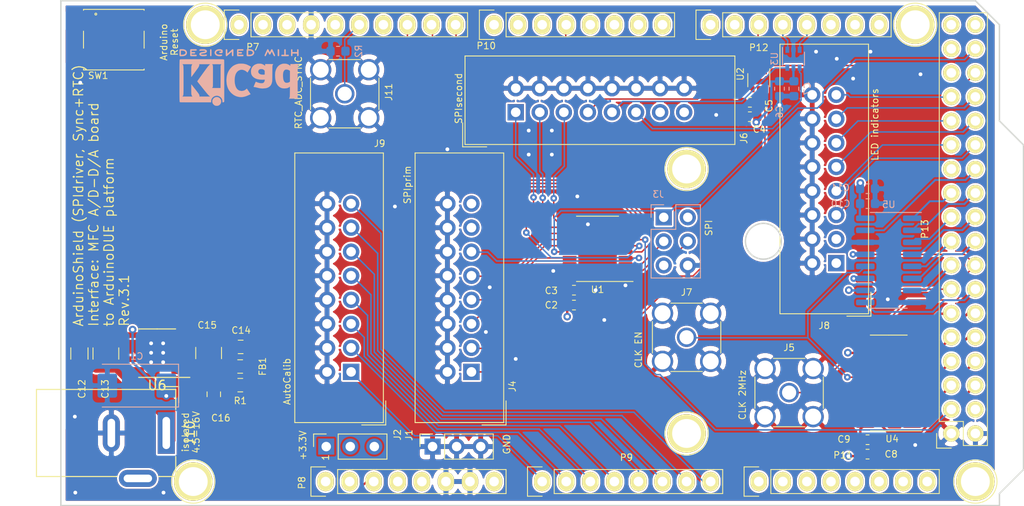
<source format=kicad_pcb>
(kicad_pcb (version 20171130) (host pcbnew "(5.1.2)-1")
  (title_block (title "ArduinoShield SPI-LineDriver, Synchronization-to-Exp., RTC") (date 2020-08-14) (rev 3.1) (company "RbSr QuSim") (comment 1 "Software by M. Borkowski, ArduinoDUE platform") (comment 2 "Design by: L. Reichsöllner for RbSr QuSim (UvA)") (comment 3 "Project: MFC (Level 3 Magnetic field stabilization)") (comment 4 "Interface for precision ADC/DAC board and ArduinoDUE platform"))
  (layers (0 F.Cu signal) (1 In1.Cu power) (2 In2.Cu power) (31 B.Cu signal) (34 B.Paste user) (35 F.Paste user) (36 B.SilkS user) (37 F.SilkS user) (38 B.Mask user) (39 F.Mask user) (44 Edge.Cuts user))
  (net 0 "")
  (net 1 GND)
  (net 2 "/53(SS)")
  (net 3 /48)
  (net 4 /49)
  (net 5 /46)
  (net 6 /47)
  (net 7 /44)
  (net 8 /45)
  (net 9 /42)
  (net 10 /43)
  (net 11 /40)
  (net 12 /41)
  (net 13 /38)
  (net 14 /39)
  (net 15 /36)
  (net 16 /37)
  (net 17 /34)
  (net 18 /35)
  (net 19 /32)
  (net 20 /33)
  (net 21 /24)
  (net 22 /25)
  (net 23 /22)
  (net 24 /23)
  (net 25 +5V)
  (net 26 /IOREF)
  (net 27 /Reset)
  (net 28 /Vin)
  (net 29 /A0)
  (net 30 /A1)
  (net 31 /A2)
  (net 32 /A3)
  (net 33 /A4)
  (net 34 /A5)
  (net 35 /A6)
  (net 36 /A7)
  (net 37 /A8)
  (net 38 /A9)
  (net 39 /A10)
  (net 40 /A11)
  (net 41 /A12)
  (net 42 /A13)
  (net 43 /A14)
  (net 44 /A15)
  (net 45 /SCL)
  (net 46 /SDA)
  (net 47 /AREF)
  (net 48 "/13(**)")
  (net 49 "/12(**)")
  (net 50 "/11(**)")
  (net 51 "/10(**)")
  (net 52 "/9(**)")
  (net 53 "/8(**)")
  (net 54 "/7(**)")
  (net 55 "/6(**)")
  (net 56 "/5(**)")
  (net 57 "/4(**)")
  (net 58 "/3(**)")
  (net 59 "/2(**)")
  (net 60 "/20(SDA)")
  (net 61 "/21(SCL)")
  (net 62 "Net-(P8-Pad1)")
  (net 63 "Net-(P2-Pad1)")
  (net 64 +3V3)
  (net 65 "/1(Tx0)")
  (net 66 "/0(Rx0)")
  (net 67 "/14(Tx3)")
  (net 68 "/15(Rx3)")
  (net 69 "/16(Tx2)")
  (net 70 "/17(Rx2)")
  (net 71 "/18(Tx1)")
  (net 72 "/19(Rx1)")
  (net 73 "Net-(P1-Pad1)")
  (net 74 "Net-(P3-Pad1)")
  (net 75 "Net-(P4-Pad1)")
  (net 76 "Net-(P5-Pad1)")
  (net 77 "Net-(P6-Pad1)")
  (net 78 /50)
  (net 79 /51)
  (net 80 /Buff_CS0)
  (net 81 /Buff_SCLK)
  (net 82 /Buff_MOSI)
  (net 83 /Ard_SCLK)
  (net 84 /Ard_MOSI)
  (net 85 /RST)
  (net 86 /Buff_CS2)
  (net 87 /Buff_CS1)
  (net 88 "/26(ERR)")
  (net 89 "/27(LOCK)")
  (net 90 "/28(CMD)")
  (net 91 "/29(SMPL)")
  (net 92 "/30(WAIT)")
  (net 93 "/31(USB)")
  (net 94 /Buff_CS4)
  (net 95 "/52(CS)")
  (net 96 /Buff_CS3)
  (net 97 /MISO)
  (net 98 /SYNC_ADC)
  (net 99 /DAC_RESET)
  (net 100 /DAC_CLR)
  (net 101 /DAC_LDAC)
  (net 102 "Net-(J4-Pad13)")
  (net 103 "Net-(J5-Pad1)")
  (net 104 "Net-(J6-Pad13)")
  (net 105 "Net-(J6-Pad15)")
  (net 106 "Net-(J7-Pad1)")
  (net 107 /Vsupply)
  (net 108 "Net-(C15-Pad1)")
  (net 109 "Net-(C16-Pad1)")
  (net 110 "Net-(J10-Pad3)")
  (net 111 +3.3VP)
  (net 112 "Net-(U6-Pad4)")
  (net 113 "Net-(U6-Pad7)")
  (module Symbol:KiCad-Logo2_5mm_SilkScreen (layer B.Cu) (at 122.174 76.454)
    (fp_text reference REF** hide)
    (fp_text value KiCad-Logo2_5mm_SilkScreen hide)
  )
  (module digikey-footprints:BarrelJack_Wuerth_6941xx301002 (layer F.Cu) (at 114.5032 113.9952 270)
    (fp_text reference J10 (at 0 -2.5 90) (layer F.SilkS))
    (fp_text value Vin)
    (pad 1 thru_hole rect (at 0 0 270) (size 4.4 1.8) (drill oval 3.4 0.8) (layers *.Cu *.Mask) (net 107 /Vsupply))
    (pad 2 thru_hole oval (at 0 5.8 270) (size 4 1.8) (drill oval 3 0.8) (layers *.Cu *.Mask) (net 1 GND))
    (pad 3 thru_hole oval (at 4.8 3) (size 4 1.8) (drill oval 3 0.8) (layers *.Cu *.Mask) (net 110 "Net-(J10-Pad3)"))
  )
  (module digikey-footprints:WS-TASV_SwitchTactile_430471035826 (layer F.Cu) (at 108.966 72.4408)
    (fp_text reference SW1 (at -1.651 4.2037) (layer F.SilkS) (effects (font (size 0.7 0.7) (thickness 0.1)) (justify bottom)))
    (fp_text value SW_Push)
    (pad 2 smd rect (at 3.5 2) (size 2 1.4) (layers F.Cu F.Paste F.Mask) (net 27 /Reset))
    (pad 2 smd rect (at -3.5 2) (size 2 1.4) (layers F.Cu F.Paste F.Mask) (net 27 /Reset))
    (pad 1 smd rect (at 3.5 -2) (size 2 1.4) (layers F.Cu F.Paste F.Mask) (net 1 GND))
    (pad 1 smd rect (at -3.5 -2) (size 2 1.4) (layers F.Cu F.Paste F.Mask) (net 1 GND))
  )
  (module Package_SO:TSSOP-20_4.4x6.5mm_P0.65mm (layer F.Cu) (at 160.02 94.5388 180)
    (fp_text reference U1 (at 0 -4.3) (layer F.SilkS) (effects (font (size 0.7 0.7) (thickness 0.1))))
    (fp_text value SN74LVTH541DWR)
    (pad 20 smd rect (at 2.95 -2.925 180) (size 1.45 0.45) (layers F.Cu F.Paste F.Mask) (net 64 +3V3))
    (pad 19 smd rect (at 2.95 -2.275 180) (size 1.45 0.45) (layers F.Cu F.Paste F.Mask) (net 1 GND))
    (pad 18 smd rect (at 2.95 -1.625 180) (size 1.45 0.45) (layers F.Cu F.Paste F.Mask) (net 82 /Buff_MOSI))
    (pad 17 smd rect (at 2.95 -0.975 180) (size 1.45 0.45) (layers F.Cu F.Paste F.Mask) (net 81 /Buff_SCLK))
    (pad 16 smd rect (at 2.95 -0.325 180) (size 1.45 0.45) (layers F.Cu F.Paste F.Mask) (net 24 /23))
    (pad 15 smd rect (at 2.95 0.325 180) (size 1.45 0.45) (layers F.Cu F.Paste F.Mask) (net 80 /Buff_CS0))
    (pad 14 smd rect (at 2.95 0.975 180) (size 1.45 0.45) (layers F.Cu F.Paste F.Mask) (net 87 /Buff_CS1))
    (pad 13 smd rect (at 2.95 1.625 180) (size 1.45 0.45) (layers F.Cu F.Paste F.Mask) (net 86 /Buff_CS2))
    (pad 12 smd rect (at 2.95 2.275 180) (size 1.45 0.45) (layers F.Cu F.Paste F.Mask) (net 96 /Buff_CS3))
    (pad 11 smd rect (at 2.95 2.925 180) (size 1.45 0.45) (layers F.Cu F.Paste F.Mask) (net 94 /Buff_CS4))
    (pad 10 smd rect (at -2.95 2.925 180) (size 1.45 0.45) (layers F.Cu F.Paste F.Mask) (net 1 GND))
    (pad 9 smd rect (at -2.95 2.275 180) (size 1.45 0.45) (layers F.Cu F.Paste F.Mask) (net 52 "/9(**)"))
    (pad 8 smd rect (at -2.95 1.625 180) (size 1.45 0.45) (layers F.Cu F.Paste F.Mask) (net 53 "/8(**)"))
    (pad 7 smd rect (at -2.95 0.975 180) (size 1.45 0.45) (layers F.Cu F.Paste F.Mask) (net 95 "/52(CS)"))
    (pad 6 smd rect (at -2.95 0.325 180) (size 1.45 0.45) (layers F.Cu F.Paste F.Mask) (net 51 "/10(**)"))
    (pad 5 smd rect (at -2.95 -0.325 180) (size 1.45 0.45) (layers F.Cu F.Paste F.Mask) (net 57 "/4(**)"))
    (pad 4 smd rect (at -2.95 -0.975 180) (size 1.45 0.45) (layers F.Cu F.Paste F.Mask) (net 97 /MISO))
    (pad 3 smd rect (at -2.95 -1.625 180) (size 1.45 0.45) (layers F.Cu F.Paste F.Mask) (net 83 /Ard_SCLK))
    (pad 2 smd rect (at -2.95 -2.275 180) (size 1.45 0.45) (layers F.Cu F.Paste F.Mask) (net 84 /Ard_MOSI))
    (pad 1 smd rect (at -2.95 -2.925 180) (size 1.45 0.45) (layers F.Cu F.Paste F.Mask) (net 1 GND))
  )
  (module Socket_Arduino_Mega:Socket_Strip_Arduino_2x18 (layer F.Cu) (at 197.358 114.046 90)
    (fp_text reference P13 (at 21.59 -2.794 90) (layer F.SilkS) (effects (font (size 0.7 0.7) (thickness 0.1))))
    (fp_text value Digital)
    (pad 1 thru_hole circle (at 0 0 90) (size 1.7272 1.7272) (drill 1.016) (layers *.Cu *.Mask F.SilkS) (net 1 GND))
    (pad 2 thru_hole oval (at 0 2.54 90) (size 1.7272 1.7272) (drill 1.016) (layers *.Cu *.Mask F.SilkS) (net 1 GND))
    (pad 3 thru_hole oval (at 2.54 0 90) (size 1.7272 1.7272) (drill 1.016) (layers *.Cu *.Mask F.SilkS) (net 95 "/52(CS)"))
    (pad 4 thru_hole oval (at 2.54 2.54 90) (size 1.7272 1.7272) (drill 1.016) (layers *.Cu *.Mask F.SilkS) (net 2 "/53(SS)"))
    (pad 5 thru_hole oval (at 5.08 0 90) (size 1.7272 1.7272) (drill 1.016) (layers *.Cu *.Mask F.SilkS) (net 78 /50))
    (pad 6 thru_hole oval (at 5.08 2.54 90) (size 1.7272 1.7272) (drill 1.016) (layers *.Cu *.Mask F.SilkS) (net 79 /51))
    (pad 7 thru_hole oval (at 7.62 0 90) (size 1.7272 1.7272) (drill 1.016) (layers *.Cu *.Mask F.SilkS) (net 3 /48))
    (pad 8 thru_hole oval (at 7.62 2.54 90) (size 1.7272 1.7272) (drill 1.016) (layers *.Cu *.Mask F.SilkS) (net 4 /49))
    (pad 9 thru_hole oval (at 10.16 0 90) (size 1.7272 1.7272) (drill 1.016) (layers *.Cu *.Mask F.SilkS) (net 5 /46))
    (pad 10 thru_hole oval (at 10.16 2.54 90) (size 1.7272 1.7272) (drill 1.016) (layers *.Cu *.Mask F.SilkS) (net 6 /47))
    (pad 11 thru_hole oval (at 12.7 0 90) (size 1.7272 1.7272) (drill 1.016) (layers *.Cu *.Mask F.SilkS) (net 7 /44))
    (pad 12 thru_hole oval (at 12.7 2.54 90) (size 1.7272 1.7272) (drill 1.016) (layers *.Cu *.Mask F.SilkS) (net 8 /45))
    (pad 13 thru_hole oval (at 15.24 0 90) (size 1.7272 1.7272) (drill 1.016) (layers *.Cu *.Mask F.SilkS) (net 9 /42))
    (pad 14 thru_hole oval (at 15.24 2.54 90) (size 1.7272 1.7272) (drill 1.016) (layers *.Cu *.Mask F.SilkS) (net 10 /43))
    (pad 15 thru_hole oval (at 17.78 0 90) (size 1.7272 1.7272) (drill 1.016) (layers *.Cu *.Mask F.SilkS) (net 11 /40))
    (pad 16 thru_hole oval (at 17.78 2.54 90) (size 1.7272 1.7272) (drill 1.016) (layers *.Cu *.Mask F.SilkS) (net 12 /41))
    (pad 17 thru_hole oval (at 20.32 0 90) (size 1.7272 1.7272) (drill 1.016) (layers *.Cu *.Mask F.SilkS) (net 13 /38))
    (pad 18 thru_hole oval (at 20.32 2.54 90) (size 1.7272 1.7272) (drill 1.016) (layers *.Cu *.Mask F.SilkS) (net 14 /39))
    (pad 19 thru_hole oval (at 22.86 0 90) (size 1.7272 1.7272) (drill 1.016) (layers *.Cu *.Mask F.SilkS) (net 15 /36))
    (pad 20 thru_hole oval (at 22.86 2.54 90) (size 1.7272 1.7272) (drill 1.016) (layers *.Cu *.Mask F.SilkS) (net 16 /37))
    (pad 21 thru_hole oval (at 25.4 0 90) (size 1.7272 1.7272) (drill 1.016) (layers *.Cu *.Mask F.SilkS) (net 17 /34))
    (pad 22 thru_hole oval (at 25.4 2.54 90) (size 1.7272 1.7272) (drill 1.016) (layers *.Cu *.Mask F.SilkS) (net 18 /35))
    (pad 23 thru_hole oval (at 27.94 0 90) (size 1.7272 1.7272) (drill 1.016) (layers *.Cu *.Mask F.SilkS) (net 19 /32))
    (pad 24 thru_hole oval (at 27.94 2.54 90) (size 1.7272 1.7272) (drill 1.016) (layers *.Cu *.Mask F.SilkS) (net 20 /33))
    (pad 25 thru_hole oval (at 30.48 0 90) (size 1.7272 1.7272) (drill 1.016) (layers *.Cu *.Mask F.SilkS) (net 92 "/30(WAIT)"))
    (pad 26 thru_hole oval (at 30.48 2.54 90) (size 1.7272 1.7272) (drill 1.016) (layers *.Cu *.Mask F.SilkS) (net 93 "/31(USB)"))
    (pad 27 thru_hole oval (at 33.02 0 90) (size 1.7272 1.7272) (drill 1.016) (layers *.Cu *.Mask F.SilkS) (net 90 "/28(CMD)"))
    (pad 28 thru_hole oval (at 33.02 2.54 90) (size 1.7272 1.7272) (drill 1.016) (layers *.Cu *.Mask F.SilkS) (net 91 "/29(SMPL)"))
    (pad 29 thru_hole oval (at 35.56 0 90) (size 1.7272 1.7272) (drill 1.016) (layers *.Cu *.Mask F.SilkS) (net 88 "/26(ERR)"))
    (pad 30 thru_hole oval (at 35.56 2.54 90) (size 1.7272 1.7272) (drill 1.016) (layers *.Cu *.Mask F.SilkS) (net 89 "/27(LOCK)"))
    (pad 31 thru_hole oval (at 38.1 0 90) (size 1.7272 1.7272) (drill 1.016) (layers *.Cu *.Mask F.SilkS) (net 21 /24))
    (pad 32 thru_hole oval (at 38.1 2.54 90) (size 1.7272 1.7272) (drill 1.016) (layers *.Cu *.Mask F.SilkS) (net 22 /25))
    (pad 33 thru_hole oval (at 40.64 0 90) (size 1.7272 1.7272) (drill 1.016) (layers *.Cu *.Mask F.SilkS) (net 23 /22))
    (pad 34 thru_hole oval (at 40.64 2.54 90) (size 1.7272 1.7272) (drill 1.016) (layers *.Cu *.Mask F.SilkS) (net 24 /23))
    (pad 35 thru_hole oval (at 43.18 0 90) (size 1.7272 1.7272) (drill 1.016) (layers *.Cu *.Mask F.SilkS) (net 25 +5V))
    (pad 36 thru_hole oval (at 43.18 2.54 90) (size 1.7272 1.7272) (drill 1.016) (layers *.Cu *.Mask F.SilkS) (net 25 +5V))
  )
  (module Socket_Arduino_Mega:Socket_Strip_Arduino_1x08 (layer F.Cu) (at 131.318 119.126)
    (fp_text reference P8 (at -2.5019 0.127 90) (layer F.SilkS) (effects (font (size 0.7 0.7) (thickness 0.1))))
    (fp_text value Power)
    (pad 1 thru_hole oval (at 0 0) (size 1.7272 2.032) (drill 1.016) (layers *.Cu *.Mask F.SilkS) (net 62 "Net-(P8-Pad1)"))
    (pad 2 thru_hole oval (at 2.54 0) (size 1.7272 2.032) (drill 1.016) (layers *.Cu *.Mask F.SilkS) (net 26 /IOREF))
    (pad 3 thru_hole oval (at 5.08 0) (size 1.7272 2.032) (drill 1.016) (layers *.Cu *.Mask F.SilkS) (net 27 /Reset))
    (pad 4 thru_hole oval (at 7.62 0) (size 1.7272 2.032) (drill 1.016) (layers *.Cu *.Mask F.SilkS) (net 111 +3.3VP))
    (pad 5 thru_hole oval (at 10.16 0) (size 1.7272 2.032) (drill 1.016) (layers *.Cu *.Mask F.SilkS) (net 25 +5V))
    (pad 6 thru_hole oval (at 12.7 0) (size 1.7272 2.032) (drill 1.016) (layers *.Cu *.Mask F.SilkS) (net 1 GND))
    (pad 7 thru_hole oval (at 15.24 0) (size 1.7272 2.032) (drill 1.016) (layers *.Cu *.Mask F.SilkS) (net 1 GND))
    (pad 8 thru_hole oval (at 17.78 0) (size 1.7272 2.032) (drill 1.016) (layers *.Cu *.Mask F.SilkS) (net 28 /Vin))
  )
  (module Socket_Arduino_Mega:Socket_Strip_Arduino_1x08 (layer F.Cu) (at 154.178 119.126)
    (fp_text reference P9 (at 8.89 -2.54) (layer F.SilkS) (effects (font (size 0.7 0.7) (thickness 0.1))))
    (fp_text value Analog)
    (pad 1 thru_hole oval (at 0 0) (size 1.7272 2.032) (drill 1.016) (layers *.Cu *.Mask F.SilkS) (net 29 /A0))
    (pad 2 thru_hole oval (at 2.54 0) (size 1.7272 2.032) (drill 1.016) (layers *.Cu *.Mask F.SilkS) (net 30 /A1))
    (pad 3 thru_hole oval (at 5.08 0) (size 1.7272 2.032) (drill 1.016) (layers *.Cu *.Mask F.SilkS) (net 31 /A2))
    (pad 4 thru_hole oval (at 7.62 0) (size 1.7272 2.032) (drill 1.016) (layers *.Cu *.Mask F.SilkS) (net 32 /A3))
    (pad 5 thru_hole oval (at 10.16 0) (size 1.7272 2.032) (drill 1.016) (layers *.Cu *.Mask F.SilkS) (net 33 /A4))
    (pad 6 thru_hole oval (at 12.7 0) (size 1.7272 2.032) (drill 1.016) (layers *.Cu *.Mask F.SilkS) (net 34 /A5))
    (pad 7 thru_hole oval (at 15.24 0) (size 1.7272 2.032) (drill 1.016) (layers *.Cu *.Mask F.SilkS) (net 35 /A6))
    (pad 8 thru_hole oval (at 17.78 0) (size 1.7272 2.032) (drill 1.016) (layers *.Cu *.Mask F.SilkS) (net 36 /A7))
  )
  (module Socket_Arduino_Mega:Socket_Strip_Arduino_1x08 (layer F.Cu) (at 177.038 119.126)
    (fp_text reference P11 (at 8.89 -2.794) (layer F.SilkS) (effects (font (size 0.7 0.7) (thickness 0.1))))
    (fp_text value Analog)
    (pad 1 thru_hole oval (at 0 0) (size 1.7272 2.032) (drill 1.016) (layers *.Cu *.Mask F.SilkS) (net 37 /A8))
    (pad 2 thru_hole oval (at 2.54 0) (size 1.7272 2.032) (drill 1.016) (layers *.Cu *.Mask F.SilkS) (net 38 /A9))
    (pad 3 thru_hole oval (at 5.08 0) (size 1.7272 2.032) (drill 1.016) (layers *.Cu *.Mask F.SilkS) (net 39 /A10))
    (pad 4 thru_hole oval (at 7.62 0) (size 1.7272 2.032) (drill 1.016) (layers *.Cu *.Mask F.SilkS) (net 40 /A11))
    (pad 5 thru_hole oval (at 10.16 0) (size 1.7272 2.032) (drill 1.016) (layers *.Cu *.Mask F.SilkS) (net 41 /A12))
    (pad 6 thru_hole oval (at 12.7 0) (size 1.7272 2.032) (drill 1.016) (layers *.Cu *.Mask F.SilkS) (net 42 /A13))
    (pad 7 thru_hole oval (at 15.24 0) (size 1.7272 2.032) (drill 1.016) (layers *.Cu *.Mask F.SilkS) (net 43 /A14))
    (pad 8 thru_hole oval (at 17.78 0) (size 1.7272 2.032) (drill 1.016) (layers *.Cu *.Mask F.SilkS) (net 44 /A15))
  )
  (module Socket_Arduino_Mega:Socket_Strip_Arduino_1x10 (layer F.Cu) (at 122.174 70.866)
    (fp_text reference P7 (at 1.4605 2.3495) (layer F.SilkS) (effects (font (size 0.7 0.7) (thickness 0.1))))
    (fp_text value PWM)
    (pad 1 thru_hole oval (at 0 0) (size 1.7272 2.032) (drill 1.016) (layers *.Cu *.Mask F.SilkS) (net 45 /SCL))
    (pad 2 thru_hole oval (at 2.54 0) (size 1.7272 2.032) (drill 1.016) (layers *.Cu *.Mask F.SilkS) (net 46 /SDA))
    (pad 3 thru_hole oval (at 5.08 0) (size 1.7272 2.032) (drill 1.016) (layers *.Cu *.Mask F.SilkS) (net 47 /AREF))
    (pad 4 thru_hole oval (at 7.62 0) (size 1.7272 2.032) (drill 1.016) (layers *.Cu *.Mask F.SilkS) (net 1 GND))
    (pad 5 thru_hole oval (at 10.16 0) (size 1.7272 2.032) (drill 1.016) (layers *.Cu *.Mask F.SilkS) (net 48 "/13(**)"))
    (pad 6 thru_hole oval (at 12.7 0) (size 1.7272 2.032) (drill 1.016) (layers *.Cu *.Mask F.SilkS) (net 49 "/12(**)"))
    (pad 7 thru_hole oval (at 15.24 0) (size 1.7272 2.032) (drill 1.016) (layers *.Cu *.Mask F.SilkS) (net 50 "/11(**)"))
    (pad 8 thru_hole oval (at 17.78 0) (size 1.7272 2.032) (drill 1.016) (layers *.Cu *.Mask F.SilkS) (net 51 "/10(**)"))
    (pad 9 thru_hole oval (at 20.32 0) (size 1.7272 2.032) (drill 1.016) (layers *.Cu *.Mask F.SilkS) (net 52 "/9(**)"))
    (pad 10 thru_hole oval (at 22.86 0) (size 1.7272 2.032) (drill 1.016) (layers *.Cu *.Mask F.SilkS) (net 53 "/8(**)"))
  )
  (module Socket_Arduino_Mega:Socket_Strip_Arduino_1x08 (layer F.Cu) (at 149.098 70.866)
    (fp_text reference P10 (at -0.8255 2.2225) (layer F.SilkS) (effects (font (size 0.7 0.7) (thickness 0.1))))
    (fp_text value PWM)
    (pad 1 thru_hole oval (at 0 0) (size 1.7272 2.032) (drill 1.016) (layers *.Cu *.Mask F.SilkS) (net 54 "/7(**)"))
    (pad 2 thru_hole oval (at 2.54 0) (size 1.7272 2.032) (drill 1.016) (layers *.Cu *.Mask F.SilkS) (net 55 "/6(**)"))
    (pad 3 thru_hole oval (at 5.08 0) (size 1.7272 2.032) (drill 1.016) (layers *.Cu *.Mask F.SilkS) (net 56 "/5(**)"))
    (pad 4 thru_hole oval (at 7.62 0) (size 1.7272 2.032) (drill 1.016) (layers *.Cu *.Mask F.SilkS) (net 57 "/4(**)"))
    (pad 5 thru_hole oval (at 10.16 0) (size 1.7272 2.032) (drill 1.016) (layers *.Cu *.Mask F.SilkS) (net 58 "/3(**)"))
    (pad 6 thru_hole oval (at 12.7 0) (size 1.7272 2.032) (drill 1.016) (layers *.Cu *.Mask F.SilkS) (net 59 "/2(**)"))
    (pad 7 thru_hole oval (at 15.24 0) (size 1.7272 2.032) (drill 1.016) (layers *.Cu *.Mask F.SilkS) (net 65 "/1(Tx0)"))
    (pad 8 thru_hole oval (at 17.78 0) (size 1.7272 2.032) (drill 1.016) (layers *.Cu *.Mask F.SilkS) (net 66 "/0(Rx0)"))
  )
  (module Socket_Arduino_Mega:Socket_Strip_Arduino_1x08 (layer F.Cu) (at 171.958 70.866)
    (fp_text reference P12 (at 5.08 2.413) (layer F.SilkS) (effects (font (size 0.7 0.7) (thickness 0.1))))
    (fp_text value Communication)
    (pad 1 thru_hole oval (at 0 0) (size 1.7272 2.032) (drill 1.016) (layers *.Cu *.Mask F.SilkS) (net 67 "/14(Tx3)"))
    (pad 2 thru_hole oval (at 2.54 0) (size 1.7272 2.032) (drill 1.016) (layers *.Cu *.Mask F.SilkS) (net 68 "/15(Rx3)"))
    (pad 3 thru_hole oval (at 5.08 0) (size 1.7272 2.032) (drill 1.016) (layers *.Cu *.Mask F.SilkS) (net 69 "/16(Tx2)"))
    (pad 4 thru_hole oval (at 7.62 0) (size 1.7272 2.032) (drill 1.016) (layers *.Cu *.Mask F.SilkS) (net 70 "/17(Rx2)"))
    (pad 5 thru_hole oval (at 10.16 0) (size 1.7272 2.032) (drill 1.016) (layers *.Cu *.Mask F.SilkS) (net 71 "/18(Tx1)"))
    (pad 6 thru_hole oval (at 12.7 0) (size 1.7272 2.032) (drill 1.016) (layers *.Cu *.Mask F.SilkS) (net 72 "/19(Rx1)"))
    (pad 7 thru_hole oval (at 15.24 0) (size 1.7272 2.032) (drill 1.016) (layers *.Cu *.Mask F.SilkS) (net 60 "/20(SDA)"))
    (pad 8 thru_hole oval (at 17.78 0) (size 1.7272 2.032) (drill 1.016) (layers *.Cu *.Mask F.SilkS) (net 61 "/21(SCL)"))
  )
  (module Socket_Arduino_Mega:Arduino_1pin (layer F.Cu) (at 117.348 119.126)
    (fp_text reference P1 hide)
    (fp_text value CONN_01X01 hide)
    (pad 1 thru_hole circle (at 0 0) (size 4.064 4.064) (drill 3.048) (layers *.Cu *.Mask F.SilkS) (net 73 "Net-(P1-Pad1)"))
  )
  (module Socket_Arduino_Mega:Arduino_1pin (layer F.Cu) (at 169.418 114.046)
    (fp_text reference P2 hide)
    (fp_text value CONN_01X01 hide)
    (pad 1 thru_hole circle (at 0 0) (size 4.064 4.064) (drill 3.048) (layers *.Cu *.Mask F.SilkS) (net 63 "Net-(P2-Pad1)"))
  )
  (module Socket_Arduino_Mega:Arduino_1pin (layer F.Cu) (at 199.898 119.126)
    (fp_text reference P3 hide)
    (fp_text value CONN_01X01 hide)
    (pad 1 thru_hole circle (at 0 0) (size 4.064 4.064) (drill 3.048) (layers *.Cu *.Mask F.SilkS) (net 74 "Net-(P3-Pad1)"))
  )
  (module Socket_Arduino_Mega:Arduino_1pin (layer F.Cu) (at 118.618 70.866)
    (fp_text reference P4 hide)
    (fp_text value CONN_01X01 hide)
    (pad 1 thru_hole circle (at 0 0) (size 4.064 4.064) (drill 3.048) (layers *.Cu *.Mask F.SilkS) (net 75 "Net-(P4-Pad1)"))
  )
  (module Socket_Arduino_Mega:Arduino_1pin (layer F.Cu) (at 169.418 86.106)
    (fp_text reference P5 hide)
    (fp_text value CONN_01X01 hide)
    (pad 1 thru_hole circle (at 0 0) (size 4.064 4.064) (drill 3.048) (layers *.Cu *.Mask F.SilkS) (net 76 "Net-(P5-Pad1)"))
  )
  (module Socket_Arduino_Mega:Arduino_1pin (layer F.Cu) (at 193.548 70.866)
    (fp_text reference P6 hide)
    (fp_text value CONN_01X01 hide)
    (pad 1 thru_hole circle (at 0 0) (size 4.064 4.064) (drill 3.048) (layers *.Cu *.Mask F.SilkS) (net 77 "Net-(P6-Pad1)"))
  )
  (module Connector_PinSocket_2.54mm:PinSocket_2x03_P2.54mm_Vertical (layer B.Cu) (at 167.005 91.2114 180)
    (fp_text reference J3 (at 0.5715 2.4384) (layer B.SilkS) (effects (font (size 0.7 0.7) (thickness 0.1)) (justify mirror)))
    (fp_text value SPI)
    (pad 1 thru_hole rect (at 0 0 180) (size 1.7 1.7) (drill 1) (layers *.Cu *.Mask) (net 24 /23))
    (pad 2 thru_hole oval (at -2.54 0 180) (size 1.7 1.7) (drill 1) (layers *.Cu *.Mask) (net 25 +5V))
    (pad 3 thru_hole oval (at 0 -2.54 180) (size 1.7 1.7) (drill 1) (layers *.Cu *.Mask) (net 83 /Ard_SCLK))
    (pad 4 thru_hole oval (at -2.54 -2.54 180) (size 1.7 1.7) (drill 1) (layers *.Cu *.Mask) (net 84 /Ard_MOSI))
    (pad 5 thru_hole oval (at 0 -5.08 180) (size 1.7 1.7) (drill 1) (layers *.Cu *.Mask) (net 85 /RST))
    (pad 6 thru_hole oval (at -2.54 -5.08 180) (size 1.7 1.7) (drill 1) (layers *.Cu *.Mask) (net 1 GND))
  )
  (module Connector_Coaxial:SMA_Amphenol_132291_Vertical (layer F.Cu) (at 180.2384 109.728)
    (fp_text reference J5 (at 0 -4.75) (layer F.SilkS) (effects (font (size 0.7 0.7) (thickness 0.1))))
    (fp_text value "CLK 2MHz")
    (pad 1 thru_hole circle (at 0 0) (size 2.05 2.05) (drill 1.5) (layers *.Cu *.Mask) (net 103 "Net-(J5-Pad1)"))
    (pad 2 thru_hole circle (at 2.54 2.54) (size 2.25 2.25) (drill 1.7) (layers *.Cu *.Mask) (net 1 GND))
    (pad 2 thru_hole circle (at 2.54 -2.54) (size 2.25 2.25) (drill 1.7) (layers *.Cu *.Mask) (net 1 GND))
    (pad 2 thru_hole circle (at -2.54 -2.54) (size 2.25 2.25) (drill 1.7) (layers *.Cu *.Mask) (net 1 GND))
    (pad 2 thru_hole circle (at -2.54 2.54) (size 2.25 2.25) (drill 1.7) (layers *.Cu *.Mask) (net 1 GND))
  )
  (module Connector_Coaxial:SMA_Amphenol_132291_Vertical (layer F.Cu) (at 169.418 103.886)
    (fp_text reference J7 (at 0 -4.75) (layer F.SilkS) (effects (font (size 0.7 0.7) (thickness 0.1))))
    (fp_text value "CLK EN")
    (pad 2 thru_hole circle (at -2.54 2.54) (size 2.25 2.25) (drill 1.7) (layers *.Cu *.Mask) (net 1 GND))
    (pad 2 thru_hole circle (at -2.54 -2.54) (size 2.25 2.25) (drill 1.7) (layers *.Cu *.Mask) (net 1 GND))
    (pad 2 thru_hole circle (at 2.54 -2.54) (size 2.25 2.25) (drill 1.7) (layers *.Cu *.Mask) (net 1 GND))
    (pad 2 thru_hole circle (at 2.54 2.54) (size 2.25 2.25) (drill 1.7) (layers *.Cu *.Mask) (net 1 GND))
    (pad 1 thru_hole circle (at 0 0) (size 2.05 2.05) (drill 1.5) (layers *.Cu *.Mask) (net 106 "Net-(J7-Pad1)"))
  )
  (module Package_SO:SOIC-16_3.9x9.9mm_P1.27mm (layer F.Cu) (at 190.754 108.712 180)
    (fp_text reference U4 (at -0.3556 -5.9) (layer F.SilkS) (effects (font (size 0.7 0.7) (thickness 0.1))))
    (fp_text value 74HC590A)
    (pad 1 smd roundrect (at -2.475 -4.445 180) (size 1.95 0.6) (layers F.Cu F.Paste F.Mask) (net 78 /50))
    (pad 2 smd roundrect (at -2.475 -3.175 180) (size 1.95 0.6) (layers F.Cu F.Paste F.Mask) (net 4 /49))
    (pad 3 smd roundrect (at -2.475 -1.905 180) (size 1.95 0.6) (layers F.Cu F.Paste F.Mask) (net 3 /48))
    (pad 4 smd roundrect (at -2.475 -0.635 180) (size 1.95 0.6) (layers F.Cu F.Paste F.Mask) (net 6 /47))
    (pad 5 smd roundrect (at -2.475 0.635 180) (size 1.95 0.6) (layers F.Cu F.Paste F.Mask) (net 5 /46))
    (pad 6 smd roundrect (at -2.475 1.905 180) (size 1.95 0.6) (layers F.Cu F.Paste F.Mask) (net 8 /45))
    (pad 7 smd roundrect (at -2.475 3.175 180) (size 1.95 0.6) (layers F.Cu F.Paste F.Mask) (net 7 /44))
    (pad 8 smd roundrect (at -2.475 4.445 180) (size 1.95 0.6) (layers F.Cu F.Paste F.Mask) (net 1 GND))
    (pad 9 smd roundrect (at 2.475 4.445 180) (size 1.95 0.6) (layers F.Cu F.Paste F.Mask) (net 9 /42))
    (pad 10 smd roundrect (at 2.475 3.175 180) (size 1.95 0.6) (layers F.Cu F.Paste F.Mask) (net 64 +3V3))
    (pad 11 smd roundrect (at 2.475 1.905 180) (size 1.95 0.6) (layers F.Cu F.Paste F.Mask) (net 103 "Net-(J5-Pad1)"))
    (pad 12 smd roundrect (at 2.475 0.635 180) (size 1.95 0.6) (layers F.Cu F.Paste F.Mask) (net 106 "Net-(J7-Pad1)"))
    (pad 13 smd roundrect (at 2.475 -0.635 180) (size 1.95 0.6) (layers F.Cu F.Paste F.Mask) (net 12 /41))
    (pad 14 smd roundrect (at 2.475 -1.905 180) (size 1.95 0.6) (layers F.Cu F.Paste F.Mask) (net 1 GND))
    (pad 15 smd roundrect (at 2.475 -3.175 180) (size 1.95 0.6) (layers F.Cu F.Paste F.Mask) (net 79 /51))
    (pad 16 smd roundrect (at 2.475 -4.445 180) (size 1.95 0.6) (layers F.Cu F.Paste F.Mask) (net 64 +3V3))
  )
  (module Package_SO:SOIC-16_3.9x9.9mm_P1.27mm (layer B.Cu) (at 190.754 95.758 180)
    (fp_text reference U5 (at 0 5.9) (layer B.SilkS) (effects (font (size 0.7 0.7) (thickness 0.1)) (justify mirror)))
    (fp_text value 74HC590A)
    (pad 16 smd roundrect (at 2.475 4.445 180) (size 1.95 0.6) (layers B.Cu B.Paste B.Mask) (net 64 +3V3))
    (pad 15 smd roundrect (at 2.475 3.175 180) (size 1.95 0.6) (layers B.Cu B.Paste B.Mask) (net 20 /33))
    (pad 14 smd roundrect (at 2.475 1.905 180) (size 1.95 0.6) (layers B.Cu B.Paste B.Mask) (net 1 GND))
    (pad 13 smd roundrect (at 2.475 0.635 180) (size 1.95 0.6) (layers B.Cu B.Paste B.Mask) (net 12 /41))
    (pad 12 smd roundrect (at 2.475 -0.635 180) (size 1.95 0.6) (layers B.Cu B.Paste B.Mask) (net 106 "Net-(J7-Pad1)"))
    (pad 11 smd roundrect (at 2.475 -1.905 180) (size 1.95 0.6) (layers B.Cu B.Paste B.Mask) (net 9 /42))
    (pad 10 smd roundrect (at 2.475 -3.175 180) (size 1.95 0.6) (layers B.Cu B.Paste B.Mask) (net 64 +3V3))
    (pad 9 smd roundrect (at 2.475 -4.445 180) (size 1.95 0.6) (layers B.Cu B.Paste B.Mask) (net 10 /43))
    (pad 8 smd roundrect (at -2.475 -4.445 180) (size 1.95 0.6) (layers B.Cu B.Paste B.Mask) (net 1 GND))
    (pad 7 smd roundrect (at -2.475 -3.175 180) (size 1.95 0.6) (layers B.Cu B.Paste B.Mask) (net 11 /40))
    (pad 6 smd roundrect (at -2.475 -1.905 180) (size 1.95 0.6) (layers B.Cu B.Paste B.Mask) (net 14 /39))
    (pad 5 smd roundrect (at -2.475 -0.635 180) (size 1.95 0.6) (layers B.Cu B.Paste B.Mask) (net 13 /38))
    (pad 4 smd roundrect (at -2.475 0.635 180) (size 1.95 0.6) (layers B.Cu B.Paste B.Mask) (net 16 /37))
    (pad 3 smd roundrect (at -2.475 1.905 180) (size 1.95 0.6) (layers B.Cu B.Paste B.Mask) (net 15 /36))
    (pad 2 smd roundrect (at -2.475 3.175 180) (size 1.95 0.6) (layers B.Cu B.Paste B.Mask) (net 18 /35))
    (pad 1 smd roundrect (at -2.475 4.445 180) (size 1.95 0.6) (layers B.Cu B.Paste B.Mask) (net 17 /34))
  )
  (module Connector_PinSocket_2.54mm:PinSocket_1x03_P2.54mm_Vertical (layer F.Cu) (at 142.6083 115.4303 90)
    (fp_text reference J1 (at 1.2065 -2.4892 90) (layer F.SilkS) (effects (font (size 0.7 0.7) (thickness 0.1))))
    (fp_text value GND)
    (pad 1 thru_hole rect (at 0 0 90) (size 1.7 1.7) (drill 1) (layers *.Cu *.Mask) (net 1 GND))
    (pad 2 thru_hole oval (at 0 2.54 90) (size 1.7 1.7) (drill 1) (layers *.Cu *.Mask) (net 1 GND))
    (pad 3 thru_hole oval (at 0 5.08 90) (size 1.7 1.7) (drill 1) (layers *.Cu *.Mask) (net 1 GND))
  )
  (module Connector_PinSocket_2.54mm:PinSocket_1x03_P2.54mm_Vertical (layer F.Cu) (at 131.3815 115.4303 90)
    (fp_text reference J2 (at 1.2446 7.5184 90) (layer F.SilkS) (effects (font (size 0.7 0.7) (thickness 0.1))))
    (fp_text value +3V3)
    (pad 3 thru_hole oval (at 0 5.08 90) (size 1.7 1.7) (drill 1) (layers *.Cu *.Mask) (net 64 +3V3))
    (pad 2 thru_hole oval (at 0 2.54 90) (size 1.7 1.7) (drill 1) (layers *.Cu *.Mask) (net 64 +3V3))
    (pad 1 thru_hole rect (at 0 0 90) (size 1.7 1.7) (drill 1) (layers *.Cu *.Mask) (net 64 +3V3))
  )
  (module Capacitor_SMD:C_0603_1608Metric (layer F.Cu) (at 157.5308 98.9076 180)
    (fp_text reference C3 (at 2.3876 -0.0508) (layer F.SilkS) (effects (font (size 0.7 0.7) (thickness 0.1))))
    (fp_text value 100nF)
    (pad 1 smd roundrect (at -0.7875 0 180) (size 0.875 0.95) (layers F.Cu F.Paste F.Mask) (net 1 GND))
    (pad 2 smd roundrect (at 0.7875 0 180) (size 0.875 0.95) (layers F.Cu F.Paste F.Mask) (net 64 +3V3))
  )
  (module Capacitor_SMD:C_0603_1608Metric (layer F.Cu) (at 176.0982 79.0575)
    (fp_text reference C5 (at 2.0193 0.381 90) (layer F.SilkS) (effects (font (size 0.7 0.7) (thickness 0.1))))
    (fp_text value 100nF)
    (pad 1 smd roundrect (at -0.7875 0) (size 0.875 0.95) (layers F.Cu F.Paste F.Mask) (net 1 GND))
    (pad 2 smd roundrect (at 0.7875 0) (size 0.875 0.95) (layers F.Cu F.Paste F.Mask) (net 64 +3V3))
  )
  (module Capacitor_SMD:C_0603_1608Metric (layer B.Cu) (at 180.7464 77.6224 90)
    (fp_text reference C7 (at 0 1.43 270) (layer B.SilkS) (effects (font (size 0.7 0.7) (thickness 0.1)) (justify mirror)))
    (fp_text value 100nF)
    (pad 2 smd roundrect (at 0.7875 0 90) (size 0.875 0.95) (layers B.Cu B.Paste B.Mask) (net 64 +3V3))
    (pad 1 smd roundrect (at -0.7875 0 90) (size 0.875 0.95) (layers B.Cu B.Paste B.Mask) (net 1 GND))
  )
  (module Capacitor_SMD:C_0603_1608Metric (layer F.Cu) (at 157.5308 100.4824 180)
    (fp_text reference C2 (at 2.3876 0) (layer F.SilkS) (effects (font (size 0.7 0.7) (thickness 0.1))))
    (fp_text value 1uF)
    (pad 2 smd roundrect (at 0.7875 0 180) (size 0.875 0.95) (layers F.Cu F.Paste F.Mask) (net 64 +3V3))
    (pad 1 smd roundrect (at -0.7875 0 180) (size 0.875 0.95) (layers F.Cu F.Paste F.Mask) (net 1 GND))
  )
  (module Capacitor_SMD:C_0603_1608Metric (layer F.Cu) (at 188.5188 114.7064 180)
    (fp_text reference C9 (at 2.4892 0.0508) (layer F.SilkS) (effects (font (size 0.7 0.7) (thickness 0.1))))
    (fp_text value 100nF)
    (pad 1 smd roundrect (at -0.7875 0 180) (size 0.875 0.95) (layers F.Cu F.Paste F.Mask) (net 1 GND))
    (pad 2 smd roundrect (at 0.7875 0 180) (size 0.875 0.95) (layers F.Cu F.Paste F.Mask) (net 64 +3V3))
  )
  (module Capacitor_SMD:C_0603_1608Metric (layer F.Cu) (at 176.0982 80.5815)
    (fp_text reference C4 (at 1.0033 1.3335) (layer F.SilkS) (effects (font (size 0.7 0.7) (thickness 0.1))))
    (fp_text value 1uF)
    (pad 1 smd roundrect (at -0.7875 0) (size 0.875 0.95) (layers F.Cu F.Paste F.Mask) (net 1 GND))
    (pad 2 smd roundrect (at 0.7875 0) (size 0.875 0.95) (layers F.Cu F.Paste F.Mask) (net 64 +3V3))
  )
  (module Capacitor_SMD:C_0603_1608Metric (layer B.Cu) (at 188.5188 88.1888 180)
    (fp_text reference C11 (at 2.8956 0.1016) (layer B.SilkS) (effects (font (size 0.7 0.7) (thickness 0.1)) (justify mirror)))
    (fp_text value 100nF)
    (pad 2 smd roundrect (at 0.7875 0 180) (size 0.875 0.95) (layers B.Cu B.Paste B.Mask) (net 64 +3V3))
    (pad 1 smd roundrect (at -0.7875 0 180) (size 0.875 0.95) (layers B.Cu B.Paste B.Mask) (net 1 GND))
  )
  (module Capacitor_SMD:C_0603_1608Metric (layer B.Cu) (at 179.2224 77.6224 90)
    (fp_text reference C6 (at -2.4384 0 90) (layer B.SilkS) (effects (font (size 0.7 0.7) (thickness 0.1)) (justify mirror)))
    (fp_text value 1uF)
    (pad 2 smd roundrect (at 0.7875 0 90) (size 0.875 0.95) (layers B.Cu B.Paste B.Mask) (net 64 +3V3))
    (pad 1 smd roundrect (at -0.7875 0 90) (size 0.875 0.95) (layers B.Cu B.Paste B.Mask) (net 1 GND))
  )
  (module Capacitor_SMD:C_0603_1608Metric (layer F.Cu) (at 188.5188 116.2304 180)
    (fp_text reference C8 (at -2.4892 0) (layer F.SilkS) (effects (font (size 0.7 0.7) (thickness 0.1))))
    (fp_text value 1uF)
    (pad 1 smd roundrect (at -0.7875 0 180) (size 0.875 0.95) (layers F.Cu F.Paste F.Mask) (net 1 GND))
    (pad 2 smd roundrect (at 0.7875 0 180) (size 0.875 0.95) (layers F.Cu F.Paste F.Mask) (net 64 +3V3))
  )
  (module Capacitor_SMD:C_0603_1608Metric (layer B.Cu) (at 188.5188 89.7636 180)
    (fp_text reference C10 (at 2.8448 0) (layer B.SilkS) (effects (font (size 0.7 0.7) (thickness 0.1)) (justify mirror)))
    (fp_text value 1uF)
    (pad 2 smd roundrect (at 0.7875 0 180) (size 0.875 0.95) (layers B.Cu B.Paste B.Mask) (net 64 +3V3))
    (pad 1 smd roundrect (at -0.7875 0 180) (size 0.875 0.95) (layers B.Cu B.Paste B.Mask) (net 1 GND))
  )
  (module Connector_IDC:IDC-Header_2x08_P2.54mm_Vertical (layer F.Cu) (at 146.7104 107.5436 180)
    (fp_text reference J4 (at -4.318 -1.524 90) (layer F.SilkS) (effects (font (size 0.7 0.7) (thickness 0.1))))
    (fp_text value SPIprim)
    (pad 16 thru_hole oval (at 2.54 17.78 180) (size 1.7272 1.7272) (drill 1.016) (layers *.Cu *.Mask) (net 1 GND))
    (pad 15 thru_hole oval (at 0 17.78 180) (size 1.7272 1.7272) (drill 1.016) (layers *.Cu *.Mask) (net 64 +3V3))
    (pad 14 thru_hole oval (at 2.54 15.24 180) (size 1.7272 1.7272) (drill 1.016) (layers *.Cu *.Mask) (net 1 GND))
    (pad 13 thru_hole oval (at 0 15.24 180) (size 1.7272 1.7272) (drill 1.016) (layers *.Cu *.Mask) (net 102 "Net-(J4-Pad13)"))
    (pad 12 thru_hole oval (at 2.54 12.7 180) (size 1.7272 1.7272) (drill 1.016) (layers *.Cu *.Mask) (net 1 GND))
    (pad 11 thru_hole oval (at 0 12.7 180) (size 1.7272 1.7272) (drill 1.016) (layers *.Cu *.Mask) (net 97 /MISO))
    (pad 10 thru_hole oval (at 2.54 10.16 180) (size 1.7272 1.7272) (drill 1.016) (layers *.Cu *.Mask) (net 1 GND))
    (pad 9 thru_hole oval (at 0 10.16 180) (size 1.7272 1.7272) (drill 1.016) (layers *.Cu *.Mask) (net 87 /Buff_CS1))
    (pad 8 thru_hole oval (at 2.54 7.62 180) (size 1.7272 1.7272) (drill 1.016) (layers *.Cu *.Mask) (net 1 GND))
    (pad 7 thru_hole oval (at 0 7.62 180) (size 1.7272 1.7272) (drill 1.016) (layers *.Cu *.Mask) (net 80 /Buff_CS0))
    (pad 6 thru_hole oval (at 2.54 5.08 180) (size 1.7272 1.7272) (drill 1.016) (layers *.Cu *.Mask) (net 1 GND))
    (pad 5 thru_hole oval (at 0 5.08 180) (size 1.7272 1.7272) (drill 1.016) (layers *.Cu *.Mask) (net 81 /Buff_SCLK))
    (pad 4 thru_hole oval (at 2.54 2.54 180) (size 1.7272 1.7272) (drill 1.016) (layers *.Cu *.Mask) (net 1 GND))
    (pad 3 thru_hole oval (at 0 2.54 180) (size 1.7272 1.7272) (drill 1.016) (layers *.Cu *.Mask) (net 82 /Buff_MOSI))
    (pad 2 thru_hole oval (at 2.54 0 180) (size 1.7272 1.7272) (drill 1.016) (layers *.Cu *.Mask) (net 1 GND))
    (pad 1 thru_hole rect (at 0 0 180) (size 1.7272 1.7272) (drill 1.016) (layers *.Cu *.Mask) (net 98 /SYNC_ADC))
  )
  (module Connector_IDC:IDC-Header_2x08_P2.54mm_Vertical (layer F.Cu) (at 151.384 80.1116 90)
    (fp_text reference J6 (at -2.7432 24.0792 90) (layer F.SilkS) (effects (font (size 0.7 0.7) (thickness 0.1))))
    (fp_text value SPI2nd)
    (pad 1 thru_hole rect (at 0 0 90) (size 1.7272 1.7272) (drill 1.016) (layers *.Cu *.Mask) (net 86 /Buff_CS2))
    (pad 2 thru_hole oval (at 2.54 0 90) (size 1.7272 1.7272) (drill 1.016) (layers *.Cu *.Mask) (net 1 GND))
    (pad 3 thru_hole oval (at 0 2.54 90) (size 1.7272 1.7272) (drill 1.016) (layers *.Cu *.Mask) (net 96 /Buff_CS3))
    (pad 4 thru_hole oval (at 2.54 2.54 90) (size 1.7272 1.7272) (drill 1.016) (layers *.Cu *.Mask) (net 1 GND))
    (pad 5 thru_hole oval (at 0 5.08 90) (size 1.7272 1.7272) (drill 1.016) (layers *.Cu *.Mask) (net 94 /Buff_CS4))
    (pad 6 thru_hole oval (at 2.54 5.08 90) (size 1.7272 1.7272) (drill 1.016) (layers *.Cu *.Mask) (net 1 GND))
    (pad 7 thru_hole oval (at 0 7.62 90) (size 1.7272 1.7272) (drill 1.016) (layers *.Cu *.Mask) (net 99 /DAC_RESET))
    (pad 8 thru_hole oval (at 2.54 7.62 90) (size 1.7272 1.7272) (drill 1.016) (layers *.Cu *.Mask) (net 1 GND))
    (pad 9 thru_hole oval (at 0 10.16 90) (size 1.7272 1.7272) (drill 1.016) (layers *.Cu *.Mask) (net 100 /DAC_CLR))
    (pad 10 thru_hole oval (at 2.54 10.16 90) (size 1.7272 1.7272) (drill 1.016) (layers *.Cu *.Mask) (net 1 GND))
    (pad 11 thru_hole oval (at 0 12.7 90) (size 1.7272 1.7272) (drill 1.016) (layers *.Cu *.Mask) (net 101 /DAC_LDAC))
    (pad 12 thru_hole oval (at 2.54 12.7 90) (size 1.7272 1.7272) (drill 1.016) (layers *.Cu *.Mask) (net 1 GND))
    (pad 13 thru_hole oval (at 0 15.24 90) (size 1.7272 1.7272) (drill 1.016) (layers *.Cu *.Mask) (net 104 "Net-(J6-Pad13)"))
    (pad 14 thru_hole oval (at 2.54 15.24 90) (size 1.7272 1.7272) (drill 1.016) (layers *.Cu *.Mask) (net 1 GND))
    (pad 15 thru_hole oval (at 0 17.78 90) (size 1.7272 1.7272) (drill 1.016) (layers *.Cu *.Mask) (net 105 "Net-(J6-Pad15)"))
    (pad 16 thru_hole oval (at 2.54 17.78 90) (size 1.7272 1.7272) (drill 1.016) (layers *.Cu *.Mask) (net 1 GND))
  )
  (module Package_TO_SOT_SMD:SOT-363_SC-70-6 (layer F.Cu) (at 177.038 76.7207 270)
    (fp_text reference U2 (at -0.6477 1.9431 90) (layer F.SilkS) (effects (font (size 0.7 0.7) (thickness 0.1))))
    (fp_text value 74LVC2G17)
    (pad 6 smd rect (at 0.95 -0.65 270) (size 0.65 0.4) (layers F.Cu F.Paste F.Mask) (net 98 /SYNC_ADC))
    (pad 4 smd rect (at 0.95 0.65 270) (size 0.65 0.4) (layers F.Cu F.Paste F.Mask) (net 99 /DAC_RESET))
    (pad 2 smd rect (at -0.95 0 270) (size 0.65 0.4) (layers F.Cu F.Paste F.Mask) (net 1 GND))
    (pad 5 smd rect (at 0.95 0 270) (size 0.65 0.4) (layers F.Cu F.Paste F.Mask) (net 64 +3V3))
    (pad 3 smd rect (at -0.95 0.65 270) (size 0.65 0.4) (layers F.Cu F.Paste F.Mask) (net 69 "/16(Tx2)"))
    (pad 1 smd rect (at -0.95 -0.65 270) (size 0.65 0.4) (layers F.Cu F.Paste F.Mask) (net 22 /25))
  )
  (module Package_TO_SOT_SMD:SOT-363_SC-70-6 (layer B.Cu) (at 180.698201 74.457401 270)
    (fp_text reference U3 (at 0 2 270) (layer B.SilkS) (effects (font (size 0.7 0.7) (thickness 0.1)) (justify mirror)))
    (fp_text value 74LVC2G17)
    (pad 1 smd rect (at -0.95 0.65 270) (size 0.65 0.4) (layers B.Cu B.Paste B.Mask) (net 70 "/17(Rx2)"))
    (pad 3 smd rect (at -0.95 -0.65 270) (size 0.65 0.4) (layers B.Cu B.Paste B.Mask) (net 71 "/18(Tx1)"))
    (pad 5 smd rect (at 0.95 0 270) (size 0.65 0.4) (layers B.Cu B.Paste B.Mask) (net 64 +3V3))
    (pad 2 smd rect (at -0.95 0 270) (size 0.65 0.4) (layers B.Cu B.Paste B.Mask) (net 1 GND))
    (pad 4 smd rect (at 0.95 -0.65 270) (size 0.65 0.4) (layers B.Cu B.Paste B.Mask) (net 101 /DAC_LDAC))
    (pad 6 smd rect (at 0.95 0.65 270) (size 0.65 0.4) (layers B.Cu B.Paste B.Mask) (net 100 /DAC_CLR))
  )
  (module Capacitor_Tantalum_SMD:CP_EIA-7343-30_AVX-N (layer B.Cu) (at 111.3917 108.9914 180)
    (fp_text reference C1 (at 0 3.1) (layer B.SilkS) (effects (font (size 0.7 0.7) (thickness 0.1)) (justify mirror)))
    (fp_text value 47uF)
    (pad 1 smd roundrect (at -3.1125 0 180) (size 2.075 2.55) (layers B.Cu B.Paste B.Mask) (roundrect_rratio 0.120482) (net 107 /Vsupply))
    (pad 2 smd roundrect (at 3.1125 0 180) (size 2.075 2.55) (layers B.Cu B.Paste B.Mask) (roundrect_rratio 0.120482) (net 1 GND))
  )
  (module Capacitor_SMD:C_1206_3216Metric (layer F.Cu) (at 105.3338 105.5975 90)
    (fp_text reference C12 (at -3.7435 0.2667 90) (layer F.SilkS) (effects (font (size 0.7 0.7) (thickness 0.1))))
    (fp_text value 10uF)
    (pad 1 smd roundrect (at -1.4 0 90) (size 1.25 1.75) (layers F.Cu F.Paste F.Mask) (roundrect_rratio 0.2) (net 107 /Vsupply))
    (pad 2 smd roundrect (at 1.4 0 90) (size 1.25 1.75) (layers F.Cu F.Paste F.Mask) (roundrect_rratio 0.2) (net 1 GND))
  )
  (module Capacitor_SMD:C_1210_3225Metric (layer F.Cu) (at 108.1278 105.6005 90)
    (fp_text reference C13 (at -3.7465 -0.0762 90) (layer F.SilkS) (effects (font (size 0.7 0.7) (thickness 0.1))))
    (fp_text value 2.2uF)
    (pad 2 smd roundrect (at 1.4 0 90) (size 1.25 2.65) (layers F.Cu F.Paste F.Mask) (roundrect_rratio 0.2) (net 1 GND))
    (pad 1 smd roundrect (at -1.4 0 90) (size 1.25 2.65) (layers F.Cu F.Paste F.Mask) (roundrect_rratio 0.2) (net 107 /Vsupply))
  )
  (module Capacitor_SMD:C_0805_2012Metric (layer F.Cu) (at 122.3518 104.902 180)
    (fp_text reference C14 (at -0.0508 1.7526) (layer F.SilkS) (effects (font (size 0.7 0.7) (thickness 0.1))))
    (fp_text value 100nF)
    (pad 2 smd roundrect (at 0.9375 0 180) (size 0.975 1.4) (layers F.Cu F.Paste F.Mask) (net 1 GND))
    (pad 1 smd roundrect (at -0.9375 0 180) (size 0.975 1.4) (layers F.Cu F.Paste F.Mask) (net 64 +3V3))
  )
  (module Capacitor_SMD:C_1210_3225Metric (layer F.Cu) (at 118.9736 105.5467 90)
    (fp_text reference C15 (at 2.9434 -0.1524 180) (layer F.SilkS) (effects (font (size 0.7 0.7) (thickness 0.1))))
    (fp_text value 2.2uF)
    (pad 1 smd roundrect (at -1.4 0 90) (size 1.25 2.65) (layers F.Cu F.Paste F.Mask) (roundrect_rratio 0.2) (net 108 "Net-(C15-Pad1)"))
    (pad 2 smd roundrect (at 1.4 0 90) (size 1.25 2.65) (layers F.Cu F.Paste F.Mask) (roundrect_rratio 0.2) (net 1 GND))
  )
  (module Capacitor_SMD:C_0805_2012Metric (layer F.Cu) (at 119.5197 109.9058 270)
    (fp_text reference C16 (at 2.5019 -0.7366 180) (layer F.SilkS) (effects (font (size 0.7 0.7) (thickness 0.1))))
    (fp_text value 100nF)
    (pad 1 smd roundrect (at -0.9375 0 270) (size 0.975 1.4) (layers F.Cu F.Paste F.Mask) (net 109 "Net-(C16-Pad1)"))
    (pad 2 smd roundrect (at 0.9375 0 270) (size 0.975 1.4) (layers F.Cu F.Paste F.Mask) (net 1 GND))
  )
  (module Inductor_SMD:L_0805_2012Metric (layer F.Cu) (at 122.301 106.9721)
    (fp_text reference FB1 (at 2.3622 0 90) (layer F.SilkS) (effects (font (size 0.7 0.7) (thickness 0.1))))
    (fp_text value 1k)
    (pad 1 smd roundrect (at -0.9375 0) (size 0.975 1.4) (layers F.Cu F.Paste F.Mask) (net 108 "Net-(C15-Pad1)"))
    (pad 2 smd roundrect (at 0.9375 0) (size 0.975 1.4) (layers F.Cu F.Paste F.Mask) (net 64 +3V3))
  )
  (module Connector_IDC:IDC-Header_2x08_P2.54mm_Vertical (layer F.Cu) (at 185.2168 96.0501 180)
    (fp_text reference J8 (at 1.27 -6.604) (layer F.SilkS) (effects (font (size 0.7 0.7) (thickness 0.1))))
    (fp_text value LED)
    (pad 1 thru_hole rect (at 0 0 180) (size 1.7272 1.7272) (drill 1.016) (layers *.Cu *.Mask) (net 64 +3V3))
    (pad 2 thru_hole oval (at 2.54 0 180) (size 1.7272 1.7272) (drill 1.016) (layers *.Cu *.Mask) (net 1 GND))
    (pad 3 thru_hole oval (at 0 2.54 180) (size 1.7272 1.7272) (drill 1.016) (layers *.Cu *.Mask) (net 64 +3V3))
    (pad 4 thru_hole oval (at 2.54 2.54 180) (size 1.7272 1.7272) (drill 1.016) (layers *.Cu *.Mask) (net 1 GND))
    (pad 5 thru_hole oval (at 0 5.08 180) (size 1.7272 1.7272) (drill 1.016) (layers *.Cu *.Mask) (net 93 "/31(USB)"))
    (pad 6 thru_hole oval (at 2.54 5.08 180) (size 1.7272 1.7272) (drill 1.016) (layers *.Cu *.Mask) (net 1 GND))
    (pad 7 thru_hole oval (at 0 7.62 180) (size 1.7272 1.7272) (drill 1.016) (layers *.Cu *.Mask) (net 92 "/30(WAIT)"))
    (pad 8 thru_hole oval (at 2.54 7.62 180) (size 1.7272 1.7272) (drill 1.016) (layers *.Cu *.Mask) (net 1 GND))
    (pad 9 thru_hole oval (at 0 10.16 180) (size 1.7272 1.7272) (drill 1.016) (layers *.Cu *.Mask) (net 91 "/29(SMPL)"))
    (pad 10 thru_hole oval (at 2.54 10.16 180) (size 1.7272 1.7272) (drill 1.016) (layers *.Cu *.Mask) (net 1 GND))
    (pad 11 thru_hole oval (at 0 12.7 180) (size 1.7272 1.7272) (drill 1.016) (layers *.Cu *.Mask) (net 90 "/28(CMD)"))
    (pad 12 thru_hole oval (at 2.54 12.7 180) (size 1.7272 1.7272) (drill 1.016) (layers *.Cu *.Mask) (net 1 GND))
    (pad 13 thru_hole oval (at 0 15.24 180) (size 1.7272 1.7272) (drill 1.016) (layers *.Cu *.Mask) (net 89 "/27(LOCK)"))
    (pad 14 thru_hole oval (at 2.54 15.24 180) (size 1.7272 1.7272) (drill 1.016) (layers *.Cu *.Mask) (net 1 GND))
    (pad 15 thru_hole oval (at 0 17.78 180) (size 1.7272 1.7272) (drill 1.016) (layers *.Cu *.Mask) (net 88 "/26(ERR)"))
    (pad 16 thru_hole oval (at 2.54 17.78 180) (size 1.7272 1.7272) (drill 1.016) (layers *.Cu *.Mask) (net 1 GND))
  )
  (module Connector_IDC:IDC-Header_2x08_P2.54mm_Vertical (layer F.Cu) (at 134.0104 107.5436 180)
    (fp_text reference J9 (at -3.0099 24.13) (layer F.SilkS) (effects (font (size 0.7 0.7) (thickness 0.1))))
    (fp_text value AutoCalibr)
    (pad 16 thru_hole oval (at 2.54 17.78 180) (size 1.7272 1.7272) (drill 1.016) (layers *.Cu *.Mask) (net 1 GND))
    (pad 15 thru_hole oval (at 0 17.78 180) (size 1.7272 1.7272) (drill 1.016) (layers *.Cu *.Mask) (net 36 /A7))
    (pad 14 thru_hole oval (at 2.54 15.24 180) (size 1.7272 1.7272) (drill 1.016) (layers *.Cu *.Mask) (net 1 GND))
    (pad 13 thru_hole oval (at 0 15.24 180) (size 1.7272 1.7272) (drill 1.016) (layers *.Cu *.Mask) (net 35 /A6))
    (pad 12 thru_hole oval (at 2.54 12.7 180) (size 1.7272 1.7272) (drill 1.016) (layers *.Cu *.Mask) (net 1 GND))
    (pad 11 thru_hole oval (at 0 12.7 180) (size 1.7272 1.7272) (drill 1.016) (layers *.Cu *.Mask) (net 34 /A5))
    (pad 10 thru_hole oval (at 2.54 10.16 180) (size 1.7272 1.7272) (drill 1.016) (layers *.Cu *.Mask) (net 1 GND))
    (pad 9 thru_hole oval (at 0 10.16 180) (size 1.7272 1.7272) (drill 1.016) (layers *.Cu *.Mask) (net 33 /A4))
    (pad 8 thru_hole oval (at 2.54 7.62 180) (size 1.7272 1.7272) (drill 1.016) (layers *.Cu *.Mask) (net 1 GND))
    (pad 7 thru_hole oval (at 0 7.62 180) (size 1.7272 1.7272) (drill 1.016) (layers *.Cu *.Mask) (net 32 /A3))
    (pad 6 thru_hole oval (at 2.54 5.08 180) (size 1.7272 1.7272) (drill 1.016) (layers *.Cu *.Mask) (net 1 GND))
    (pad 5 thru_hole oval (at 0 5.08 180) (size 1.7272 1.7272) (drill 1.016) (layers *.Cu *.Mask) (net 31 /A2))
    (pad 4 thru_hole oval (at 2.54 2.54 180) (size 1.7272 1.7272) (drill 1.016) (layers *.Cu *.Mask) (net 1 GND))
    (pad 3 thru_hole oval (at 0 2.54 180) (size 1.7272 1.7272) (drill 1.016) (layers *.Cu *.Mask) (net 30 /A1))
    (pad 2 thru_hole oval (at 2.54 0 180) (size 1.7272 1.7272) (drill 1.016) (layers *.Cu *.Mask) (net 1 GND))
    (pad 1 thru_hole rect (at 0 0 180) (size 1.7272 1.7272) (drill 1.016) (layers *.Cu *.Mask) (net 29 /A0))
  )
  (module Resistor_SMD:R_0805_2012Metric (layer F.Cu) (at 122.3137 108.9406 180)
    (fp_text reference R1 (at 0 -1.65) (layer F.SilkS) (effects (font (size 0.7 0.7) (thickness 0.1))))
    (fp_text value 2R)
    (pad 1 smd roundrect (at -0.9375 0 180) (size 0.975 1.4) (layers F.Cu F.Paste F.Mask) (net 64 +3V3))
    (pad 2 smd roundrect (at 0.9375 0 180) (size 0.975 1.4) (layers F.Cu F.Paste F.Mask) (net 109 "Net-(C16-Pad1)"))
  )
  (module Connector_Coaxial:SMA_Amphenol_132291_Vertical (layer F.Cu) (at 133.3373 78.1558)
    (fp_text reference J11 (at 4.6482 -0.1778 90) (layer F.SilkS) (effects (font (size 0.7 0.7) (thickness 0.1))))
    (fp_text value RTC_ADC_sync)
    (pad 1 thru_hole circle (at 0 0) (size 2.05 2.05) (drill 1.5) (layers *.Cu *.Mask) (net 49 "/12(**)"))
    (pad 2 thru_hole circle (at 2.54 2.54) (size 2.25 2.25) (drill 1.7) (layers *.Cu *.Mask) (net 1 GND))
    (pad 2 thru_hole circle (at 2.54 -2.54) (size 2.25 2.25) (drill 1.7) (layers *.Cu *.Mask) (net 1 GND))
    (pad 2 thru_hole circle (at -2.54 -2.54) (size 2.25 2.25) (drill 1.7) (layers *.Cu *.Mask) (net 1 GND))
    (pad 2 thru_hole circle (at -2.54 2.54) (size 2.25 2.25) (drill 1.7) (layers *.Cu *.Mask) (net 1 GND))
  )
  (module Resistor_SMD:R_0603_1608Metric (layer B.Cu) (at 132.626 73.66)
    (fp_text reference R2 (at 2.1845 0 90) (layer B.SilkS) (effects (font (size 0.7 0.7) (thickness 0.1)) (justify mirror)))
    (fp_text value 50R)
    (pad 1 smd roundrect (at -0.7875 0) (size 0.875 0.95) (layers B.Cu B.Paste B.Mask) (net 1 GND))
    (pad 2 smd roundrect (at 0.7875 0) (size 0.875 0.95) (layers B.Cu B.Paste B.Mask) (net 49 "/12(**)"))
  )
  (module Package_SO:SOIC-8-1EP_3.9x4.9mm_P1.27mm_EP2.41x3.81mm (layer F.Cu) (at 113.538 105.5624 180)
    (fp_text reference U6 (at 0 -3.4) (layer F.SilkS))
    (fp_text value ADP7104ARDZ-3.3)
    (pad 9 smd roundrect (at 0 0 180) (size 2.41 3.81) (layers F.Cu F.Mask) (roundrect_rratio 0.103734) (net 1 GND))
    (pad 1 smd roundrect (at -2.475 -1.905 180) (size 1.95 0.6) (layers F.Cu F.Paste F.Mask) (net 108 "Net-(C15-Pad1)"))
    (pad 2 smd roundrect (at -2.475 -0.635 180) (size 1.95 0.6) (layers F.Cu F.Paste F.Mask) (net 108 "Net-(C15-Pad1)"))
    (pad 3 smd roundrect (at -2.475 0.635 180) (size 1.95 0.6) (layers F.Cu F.Paste F.Mask) (net 1 GND))
    (pad 4 smd roundrect (at -2.475 1.905 180) (size 1.95 0.6) (layers F.Cu F.Paste F.Mask) (net 112 "Net-(U6-Pad4)"))
    (pad 5 smd roundrect (at 2.475 1.905 180) (size 1.95 0.6) (layers F.Cu F.Paste F.Mask) (net 107 /Vsupply))
    (pad 6 smd roundrect (at 2.475 0.635 180) (size 1.95 0.6) (layers F.Cu F.Paste F.Mask) (net 1 GND))
    (pad 7 smd roundrect (at 2.475 -0.635 180) (size 1.95 0.6) (layers F.Cu F.Paste F.Mask) (net 113 "Net-(U6-Pad7)"))
    (pad 8 smd roundrect (at 2.475 -1.905 180) (size 1.95 0.6) (layers F.Cu F.Paste F.Mask) (net 107 /Vsupply))
  )
  (gr_text "ArduinoShield (SPIdriver, Sync+RTC)\nInterface: MFC A/D-D/A board\nto ArduinoDUE platform\nRev.3.1" (at 107.6452 102.8192 90) (layer F.SilkS) (effects (font (size 1 1) (thickness 0.12)) (justify left)))
  (gr_text "Arduino\nReset" (at 114.808 72.7075 90) (layer F.SilkS) (effects (font (size 0.7 0.7) (thickness 0.1))))
  (gr_text RTC_ADC_SYNC (at 128.4605 78.0415 90) (layer F.SilkS) (effects (font (size 0.7 0.7) (thickness 0.1))))
  (gr_text "isolated\n4.5-16V" (at 117.094 113.919 90) (layer F.SilkS) (effects (font (size 0.7 0.7) (thickness 0.1))))
  (gr_text AutoCalib (at 127.254 108.5596 90) (layer F.SilkS) (effects (font (size 0.7 0.7) (thickness 0.1))))
  (gr_text +3.3V (at 128.9177 115.3033 90) (layer F.SilkS) (effects (font (size 0.7 0.7) (thickness 0.1))))
  (gr_text GND (at 150.4442 115.1763 90) (layer F.SilkS) (effects (font (size 0.7 0.7) (thickness 0.1))))
  (gr_circle (center 177.5206 93.7387) (end 178.4477 92.0877) (layer Edge.Cuts) (width 0.15))
  (gr_text "CLK EN" (at 164.338 105.2068 90) (layer F.SilkS) (effects (font (size 0.7 0.7) (thickness 0.1))))
  (gr_text "CLK 2MHz" (at 175.3108 109.982 90) (layer F.SilkS) (effects (font (size 0.7 0.7) (thickness 0.1))))
  (gr_text "LED indicators" (at 189.2935 81.407 90) (layer F.SilkS) (effects (font (size 0.7 0.7) (thickness 0.1))))
  (gr_text SPI (at 171.7675 92.329 90) (layer F.SilkS) (effects (font (size 0.7 0.7) (thickness 0.1))))
  (gr_text SPIprim (at 139.954 87.7824 90) (layer F.SilkS) (effects (font (size 0.7 0.7) (thickness 0.1))))
  (gr_text SPIsecond (at 145.3642 78.6511 90) (layer F.SilkS) (effects (font (size 0.7 0.7) (thickness 0.1))))
  (gr_text 1 (at 131.318 116.586 90) (layer F.SilkS) (effects (font (size 0.7 0.7) (thickness 0.1))))
  (gr_line (start 202.438 121.666) (end 103.378 121.666) (angle 90) (layer Edge.Cuts) (width 0.15))
  (gr_line (start 202.438 120.396) (end 202.438 121.666) (angle 90) (layer Edge.Cuts) (width 0.15))
  (gr_line (start 204.978 117.856) (end 202.438 120.396) (angle 90) (layer Edge.Cuts) (width 0.15))
  (gr_line (start 204.978 83.566) (end 204.978 117.856) (angle 90) (layer Edge.Cuts) (width 0.15))
  (gr_line (start 202.438 81.026) (end 204.978 83.566) (angle 90) (layer Edge.Cuts) (width 0.15))
  (gr_line (start 202.438 70.866) (end 202.438 81.026) (angle 90) (layer Edge.Cuts) (width 0.15))
  (gr_line (start 199.898 68.326) (end 202.438 70.866) (angle 90) (layer Edge.Cuts) (width 0.15))
  (gr_line (start 103.378 68.326) (end 199.898 68.326) (angle 90) (layer Edge.Cuts) (width 0.15))
  (gr_line (start 103.378 121.666) (end 103.378 68.326) (angle 90) (layer Edge.Cuts) (width 0.15))
  (via (at 185.2676 74.4601) (size 0.8) (drill 0.4) (layers F.Cu B.Cu) (net 1))
  (via (at 188.8236 73.7108) (size 0.8) (drill 0.4) (layers F.Cu B.Cu) (net 1))
  (via (at 183.0832 73.7108) (size 0.8) (drill 0.4) (layers F.Cu B.Cu) (net 1))
  (via (at 152.7556 82.042) (size 0.8) (drill 0.4) (layers F.Cu B.Cu) (net 1))
  (via (at 152.7556 84.582) (size 0.8) (drill 0.4) (layers F.Cu B.Cu) (net 1))
  (via (at 155.194 84.582) (size 0.8) (drill 0.4) (layers F.Cu B.Cu) (net 1))
  (via (at 155.194 82.042) (size 0.8) (drill 0.4) (layers F.Cu B.Cu) (net 1))
  (via (at 190.6524 99.8728) (size 0.8) (drill 0.4) (layers F.Cu B.Cu) (net 1))
  (via (at 148.6408 98.6028) (size 0.8) (drill 0.4) (layers F.Cu B.Cu) (net 1))
  (via (at 148.2344 103.3272) (size 0.8) (drill 0.4) (layers F.Cu B.Cu) (net 1))
  (via (at 104.902 120.2944) (size 0.8) (drill 0.4) (layers F.Cu B.Cu) (net 1))
  (via (at 105.4227 76.9874) (size 0.8) (drill 0.4) (layers F.Cu B.Cu) (net 1))
  (via (at 104.8512 112.268) (size 0.8) (drill 0.4) (layers F.Cu B.Cu) (net 1))
  (via (at 151.384 106.172) (size 0.8) (drill 0.4) (layers F.Cu B.Cu) (net 1))
  (via (at 155.3464 96.8756) (size 0.8) (drill 0.4) (layers F.Cu B.Cu) (net 1))
  (via (at 162.9664 98.3996) (size 0.8) (drill 0.4) (layers F.Cu B.Cu) (net 1))
  (via (at 159.8168 98.9076) (size 0.8) (drill 0.4) (layers F.Cu B.Cu) (net 1))
  (via (at 160.7312 102.0572) (size 0.8) (drill 0.4) (layers F.Cu B.Cu) (net 1))
  (via (at 157.8864 89.0016) (size 0.8) (drill 0.4) (layers F.Cu B.Cu) (net 1))
  (via (at 193.548 115.2652) (size 0.8) (drill 0.4) (layers F.Cu B.Cu) (net 1))
  (via (at 194.1068 76.0984) (size 0.8) (drill 0.4) (layers F.Cu B.Cu) (net 1))
  (via (at 186.9948 76.5556) (size 0.8) (drill 0.4) (layers F.Cu B.Cu) (net 1))
  (via (at 159.004 91.948) (size 0.8) (drill 0.4) (layers F.Cu B.Cu) (net 1))
  (via (at 144.1704 84.0232) (size 0.8) (drill 0.4) (layers F.Cu B.Cu) (net 1))
  (via (at 138.6332 90.0684) (size 0.8) (drill 0.4) (layers F.Cu B.Cu) (net 1))
  (via (at 114.2111 120.2944) (size 0.8) (drill 0.4) (layers F.Cu B.Cu) (net 1))
  (via (at 172.5422 80.391) (size 0.8) (drill 0.4) (layers F.Cu B.Cu) (net 1))
  (via (at 179.2224 79.3496) (size 0.8) (drill 0.4) (layers F.Cu B.Cu) (net 1))
  (segment (start 116.013 104.9274) (end 114.5286 104.9274) (width 0.25) (layer F.Cu) (net 1))
  (via (at 112.903 104.521) (size 0.8) (drill 0.4) (layers F.Cu B.Cu) (net 1))
  (via (at 114.173 104.521) (size 0.8) (drill 0.4) (layers F.Cu B.Cu) (net 1))
  (via (at 112.903 105.521) (size 0.8) (drill 0.4) (layers F.Cu B.Cu) (net 1))
  (via (at 114.173 105.521) (size 0.8) (drill 0.4) (layers F.Cu B.Cu) (net 1))
  (via (at 112.903 106.521) (size 0.8) (drill 0.4) (layers F.Cu B.Cu) (net 1))
  (via (at 114.173 106.521) (size 0.8) (drill 0.4) (layers F.Cu B.Cu) (net 1))
  (segment (start 193.570412 110.617) (end 193.421 110.617) (width 0.2) (layer F.Cu) (net 3))
  (segment (start 197.358 106.426) (end 195.06199 108.72201) (width 0.25) (layer F.Cu) (net 3))
  (segment (start 195.06199 109.30762) (end 194.5132 109.85641) (width 0.25) (layer F.Cu) (net 3))
  (segment (start 195.06199 108.72201) (end 195.06199 109.30762) (width 0.25) (layer F.Cu) (net 3))
  (segment (start 194.5132 109.85641) (end 194.5132 110.2868) (width 0.25) (layer F.Cu) (net 3))
  (segment (start 194.5132 110.2868) (end 194.1576 110.6424) (width 0.25) (layer F.Cu) (net 3))
  (segment (start 194.1576 110.6424) (end 193.4972 110.6424) (width 0.25) (layer F.Cu) (net 3))
  (segment (start 195.512 109.05287) (end 195.511999 109.494021) (width 0.25) (layer F.Cu) (net 4))
  (segment (start 196.787471 107.777399) (end 195.512 109.05287) (width 0.25) (layer F.Cu) (net 4))
  (segment (start 199.898 106.426) (end 198.546601 107.777399) (width 0.25) (layer F.Cu) (net 4))
  (segment (start 198.546601 107.777399) (end 196.787471 107.777399) (width 0.25) (layer F.Cu) (net 4))
  (segment (start 194.96321 110.04281) (end 194.96321 111.25919) (width 0.25) (layer F.Cu) (net 4))
  (segment (start 195.511999 109.494021) (end 194.96321 110.04281) (width 0.25) (layer F.Cu) (net 4))
  (segment (start 194.96321 111.25919) (end 194.31 111.9124) (width 0.25) (layer F.Cu) (net 4))
  (segment (start 194.31 111.9124) (end 193.1924 111.9124) (width 0.25) (layer F.Cu) (net 4))
  (segment (start 196.494401 104.752419) (end 195.06481 106.18201) (width 0.25) (layer F.Cu) (net 5))
  (segment (start 197.358 103.886) (end 196.494401 104.749599) (width 0.25) (layer F.Cu) (net 5))
  (segment (start 196.494401 104.749599) (end 196.494401 104.752419) (width 0.25) (layer F.Cu) (net 5))
  (segment (start 195.06481 106.18201) (end 195.06481 107.39839) (width 0.25) (layer F.Cu) (net 5))
  (segment (start 195.06481 107.39839) (end 194.4116 108.0516) (width 0.25) (layer F.Cu) (net 5))
  (segment (start 194.4116 108.0516) (end 193.2432 108.0516) (width 0.25) (layer F.Cu) (net 5))
  (segment (start 193.570412 109.347) (end 193.167 109.347) (width 0.2) (layer F.Cu) (net 6))
  (segment (start 195.51482 106.36841) (end 195.514819 107.584791) (width 0.25) (layer F.Cu) (net 6))
  (segment (start 196.808629 105.074601) (end 195.51482 106.36841) (width 0.25) (layer F.Cu) (net 6))
  (segment (start 197.928529 105.074601) (end 196.808629 105.074601) (width 0.25) (layer F.Cu) (net 6))
  (segment (start 199.898 103.886) (end 199.11713 103.886) (width 0.25) (layer F.Cu) (net 6))
  (segment (start 199.11713 103.886) (end 197.928529 105.074601) (width 0.25) (layer F.Cu) (net 6))
  (segment (start 195.514819 107.584791) (end 194.564 108.53561) (width 0.25) (layer F.Cu) (net 6))
  (segment (start 194.564 108.53561) (end 194.564 109.1692) (width 0.25) (layer F.Cu) (net 6))
  (segment (start 194.564 109.1692) (end 194.4116 109.3216) (width 0.25) (layer F.Cu) (net 6))
  (segment (start 194.4116 109.3216) (end 193.548 109.3216) (width 0.25) (layer F.Cu) (net 6))
  (segment (start 193.229 105.537) (end 194.437 105.537) (width 0.25) (layer F.Cu) (net 7))
  (segment (start 194.437 105.537) (end 194.6656 105.3084) (width 0.25) (layer F.Cu) (net 7))
  (segment (start 194.6656 105.3084) (end 194.6656 102.7684) (width 0.25) (layer F.Cu) (net 7))
  (segment (start 194.6656 102.7684) (end 196.0372 101.3968) (width 0.25) (layer F.Cu) (net 7))
  (segment (start 196.0372 101.3968) (end 197.2564 101.3968) (width 0.25) (layer F.Cu) (net 7))
  (segment (start 193.570412 106.807) (end 193.294 106.807) (width 0.2) (layer F.Cu) (net 8))
  (segment (start 195.701801 102.697399) (end 195.11561 103.28359) (width 0.25) (layer F.Cu) (net 8))
  (segment (start 197.765731 102.697399) (end 195.701801 102.697399) (width 0.25) (layer F.Cu) (net 8))
  (segment (start 199.898 101.346) (end 199.11713 101.346) (width 0.25) (layer F.Cu) (net 8))
  (segment (start 199.11713 101.346) (end 197.765731 102.697399) (width 0.25) (layer F.Cu) (net 8))
  (segment (start 195.115609 105.494801) (end 194.6148 105.99561) (width 0.25) (layer F.Cu) (net 8))
  (segment (start 195.11561 103.28359) (end 195.115609 105.494801) (width 0.25) (layer F.Cu) (net 8))
  (segment (start 194.6148 105.99561) (end 194.6148 106.5784) (width 0.25) (layer F.Cu) (net 8))
  (segment (start 194.6148 106.5784) (end 194.4116 106.7816) (width 0.25) (layer F.Cu) (net 8))
  (segment (start 194.4116 106.7816) (end 193.548 106.7816) (width 0.25) (layer F.Cu) (net 8))
  (segment (start 188.279 97.663) (end 189.077588 97.663) (width 0.2) (layer B.Cu) (net 9))
  (segment (start 188.64971 99.89429) (end 189.738 98.806) (width 0.155) (layer F.Cu) (net 9))
  (segment (start 188.64971 103.89629) (end 188.64971 99.89429) (width 0.155) (layer F.Cu) (net 9))
  (segment (start 188.279 104.267) (end 188.64971 103.89629) (width 0.155) (layer F.Cu) (net 9))
  (segment (start 189.738 98.806) (end 197.4088 98.806) (width 0.155) (layer F.Cu) (net 9))
  (via (at 187.0583 97.6757) (size 0.7) (drill 0.3) (layers F.Cu B.Cu) (net 9))
  (segment (start 188.279 97.663) (end 187.071 97.663) (width 0.155) (layer B.Cu) (net 9))
  (segment (start 187.071 97.663) (end 187.0583 97.6757) (width 0.155) (layer B.Cu) (net 9))
  (segment (start 188.957699 98.025699) (end 189.738 98.806) (width 0.155) (layer F.Cu) (net 9))
  (segment (start 187.408299 98.025699) (end 188.957699 98.025699) (width 0.155) (layer F.Cu) (net 9))
  (segment (start 187.0583 97.6757) (end 187.408299 98.025699) (width 0.155) (layer F.Cu) (net 9))
  (segment (start 198.734399 99.969601) (end 199.034401 99.669599) (width 0.2) (layer B.Cu) (net 10))
  (segment (start 196.633098 99.969601) (end 198.734399 99.969601) (width 0.2) (layer B.Cu) (net 10))
  (segment (start 195.399679 101.20302) (end 196.633098 99.969601) (width 0.2) (layer B.Cu) (net 10))
  (segment (start 188.279 100.203) (end 189.27902 101.20302) (width 0.2) (layer B.Cu) (net 10))
  (segment (start 189.27902 101.20302) (end 195.399679 101.20302) (width 0.2) (layer B.Cu) (net 10))
  (segment (start 199.034401 99.669599) (end 199.898 98.806) (width 0.2) (layer B.Cu) (net 10))
  (segment (start 197.358 96.266) (end 194.691 98.933) (width 0.2) (layer B.Cu) (net 11))
  (segment (start 194.691 98.933) (end 193.294 98.933) (width 0.2) (layer B.Cu) (net 11))
  (segment (start 199.898 96.266) (end 199.08013 96.266) (width 0.2) (layer B.Cu) (net 12))
  (segment (start 187.876832 109.3216) (end 188.4172 109.3216) (width 0.25) (layer F.Cu) (net 12))
  (segment (start 189.53151 108.404082) (end 189.53151 103.22231) (width 0.155) (layer F.Cu) (net 12))
  (segment (start 188.959302 108.97629) (end 189.53151 108.404082) (width 0.155) (layer F.Cu) (net 12))
  (segment (start 188.279 109.347) (end 188.64971 108.97629) (width 0.155) (layer F.Cu) (net 12))
  (segment (start 188.64971 108.97629) (end 188.959302 108.97629) (width 0.155) (layer F.Cu) (net 12))
  (segment (start 198.756899 97.407101) (end 199.034401 97.129599) (width 0.155) (layer F.Cu) (net 12))
  (segment (start 198.756899 99.095931) (end 198.756899 97.407101) (width 0.155) (layer F.Cu) (net 12))
  (segment (start 197.905729 99.947101) (end 198.756899 99.095931) (width 0.155) (layer F.Cu) (net 12))
  (segment (start 189.53151 103.22231) (end 192.806719 99.947101) (width 0.155) (layer F.Cu) (net 12))
  (segment (start 192.806719 99.947101) (end 197.905729 99.947101) (width 0.155) (layer F.Cu) (net 12))
  (segment (start 199.034401 97.129599) (end 199.898 96.266) (width 0.155) (layer F.Cu) (net 12))
  (via (at 186.983999 95.124899) (size 0.7) (drill 0.3) (layers F.Cu B.Cu) (net 12))
  (segment (start 198.756899 95.124899) (end 199.9488 96.3168) (width 0.155) (layer F.Cu) (net 12))
  (segment (start 186.983999 95.124899) (end 198.756899 95.124899) (width 0.155) (layer F.Cu) (net 12))
  (segment (start 186.985898 95.123) (end 186.983999 95.124899) (width 0.155) (layer B.Cu) (net 12))
  (segment (start 188.279 95.123) (end 186.985898 95.123) (width 0.155) (layer B.Cu) (net 12))
  (segment (start 197.358 93.726) (end 194.691 96.393) (width 0.2) (layer B.Cu) (net 13))
  (segment (start 194.691 96.393) (end 193.294 96.393) (width 0.2) (layer B.Cu) (net 13))
  (segment (start 196.547299 95.102399) (end 193.986698 97.663) (width 0.2) (layer B.Cu) (net 14))
  (segment (start 199.898 93.726) (end 198.521601 95.102399) (width 0.2) (layer B.Cu) (net 14))
  (segment (start 198.521601 95.102399) (end 196.547299 95.102399) (width 0.2) (layer B.Cu) (net 14))
  (segment (start 193.986698 97.663) (end 193.294 97.663) (width 0.2) (layer B.Cu) (net 14))
  (segment (start 193.59971 93.48229) (end 193.229 93.853) (width 0.2) (layer B.Cu) (net 15))
  (segment (start 197.358 91.186) (end 195.06171 93.48229) (width 0.2) (layer B.Cu) (net 15))
  (segment (start 195.06171 93.48229) (end 193.59971 93.48229) (width 0.2) (layer B.Cu) (net 15))
  (segment (start 196.547299 92.562399) (end 193.986698 95.123) (width 0.2) (layer B.Cu) (net 16))
  (segment (start 199.898 91.186) (end 198.521601 92.562399) (width 0.2) (layer B.Cu) (net 16))
  (segment (start 198.521601 92.562399) (end 196.547299 92.562399) (width 0.2) (layer B.Cu) (net 16))
  (segment (start 193.986698 95.123) (end 193.167 95.123) (width 0.2) (layer B.Cu) (net 16))
  (segment (start 196.494401 89.509599) (end 195.097401 89.509599) (width 0.2) (layer B.Cu) (net 17))
  (segment (start 197.358 88.646) (end 196.494401 89.509599) (width 0.2) (layer B.Cu) (net 17))
  (segment (start 195.097401 89.509599) (end 193.294 91.313) (width 0.2) (layer B.Cu) (net 17))
  (segment (start 197.012269 89.809601) (end 198.734399 89.809601) (width 0.2) (layer B.Cu) (net 18))
  (segment (start 194.90886 91.91301) (end 197.012269 89.809601) (width 0.2) (layer B.Cu) (net 18))
  (segment (start 193.229 92.583) (end 193.89899 91.91301) (width 0.2) (layer B.Cu) (net 18))
  (segment (start 193.89899 91.91301) (end 194.90886 91.91301) (width 0.2) (layer B.Cu) (net 18))
  (segment (start 198.734399 89.809601) (end 199.771 88.773) (width 0.2) (layer B.Cu) (net 18))
  (segment (start 198.861399 87.269601) (end 199.898 86.233) (width 0.2) (layer B.Cu) (net 20))
  (segment (start 195.660987 87.269601) (end 198.861399 87.269601) (width 0.2) (layer B.Cu) (net 20))
  (segment (start 188.279 92.583) (end 190.246 92.583) (width 0.2) (layer B.Cu) (net 20))
  (segment (start 190.246 92.583) (end 195.660987 87.269601) (width 0.2) (layer B.Cu) (net 20))
  (segment (start 196.810271 77.087101) (end 198.807699 77.087101) (width 0.155) (layer F.Cu) (net 22))
  (segment (start 194.89677 75.1736) (end 196.810271 77.087101) (width 0.155) (layer F.Cu) (net 22))
  (segment (start 198.807699 77.087101) (end 199.898 75.9968) (width 0.155) (layer F.Cu) (net 22))
  (segment (start 194.89677 75.1736) (end 178.3057 75.1736) (width 0.155) (layer F.Cu) (net 22))
  (segment (start 178.3057 75.1736) (end 177.6984 75.7809) (width 0.155) (layer F.Cu) (net 22))
  (segment (start 156.8648 94.8638) (end 156.8342 94.8944) (width 0.155) (layer F.Cu) (net 24))
  (via (at 155.448 94.8436) (size 0.7) (drill 0.3) (layers F.Cu B.Cu) (net 24))
  (segment (start 157.07 94.8638) (end 155.4682 94.8638) (width 0.155) (layer F.Cu) (net 24))
  (segment (start 155.4682 94.8638) (end 155.448 94.8436) (width 0.155) (layer F.Cu) (net 24))
  (segment (start 155.448 94.8436) (end 155.448 91.2368) (width 0.155) (layer B.Cu) (net 24))
  (segment (start 155.448 91.2368) (end 156.1592 90.5256) (width 0.155) (layer B.Cu) (net 24))
  (segment (start 156.1592 90.5256) (end 166.3192 90.5256) (width 0.155) (layer B.Cu) (net 24))
  (segment (start 166.3192 90.5256) (end 166.9796 91.186) (width 0.155) (layer B.Cu) (net 24))
  (segment (start 198.756899 74.547101) (end 199.898 73.406) (width 0.155) (layer B.Cu) (net 24))
  (segment (start 187.250969 74.547101) (end 198.756899 74.547101) (width 0.155) (layer B.Cu) (net 24))
  (segment (start 183.817901 77.980169) (end 187.250969 74.547101) (width 0.155) (layer B.Cu) (net 24))
  (segment (start 168.234101 90.083899) (end 170.751279 90.083899) (width 0.155) (layer B.Cu) (net 24))
  (segment (start 167.0304 91.2876) (end 168.234101 90.083899) (width 0.155) (layer B.Cu) (net 24))
  (segment (start 170.751279 90.083899) (end 181.166179 79.668999) (width 0.155) (layer B.Cu) (net 24))
  (segment (start 181.166179 79.668999) (end 183.224529 79.668999) (width 0.155) (layer B.Cu) (net 24))
  (segment (start 183.224529 79.668999) (end 183.817901 79.075627) (width 0.155) (layer B.Cu) (net 24))
  (segment (start 183.817901 79.075627) (end 183.817901 77.980169) (width 0.155) (layer B.Cu) (net 24))
  (segment (start 122.115372 120.44201) (end 118.259362 116.586) (width 0.2) (layer F.Cu) (net 27))
  (segment (start 134.339983 120.44201) (end 122.115372 120.44201) (width 0.2) (layer F.Cu) (net 27))
  (segment (start 136.398 119.126) (end 135.655993 119.126) (width 0.2) (layer F.Cu) (net 27))
  (segment (start 135.655993 119.126) (end 134.339983 120.44201) (width 0.2) (layer F.Cu) (net 27))
  (segment (start 104.013 75.311) (end 104.902 74.422) (width 0.155) (layer F.Cu) (net 27))
  (segment (start 104.902 74.422) (end 112.522 74.422) (width 0.155) (layer F.Cu) (net 27))
  (segment (start 104.013 113.1697) (end 104.013 110.0201) (width 0.155) (layer F.Cu) (net 27))
  (segment (start 107.4293 116.586) (end 104.013 113.1697) (width 0.155) (layer F.Cu) (net 27))
  (segment (start 118.259362 116.586) (end 107.4293 116.586) (width 0.155) (layer F.Cu) (net 27))
  (segment (start 104.013 109.8296) (end 104.013 109.7407) (width 0.2) (layer F.Cu) (net 27))
  (segment (start 104.013 110.0201) (end 104.013 75.311) (width 0.2) (layer F.Cu) (net 27))
  (segment (start 154.178 118.9736) (end 149.4917 114.2873) (width 0.155) (layer B.Cu) (net 29))
  (segment (start 154.178 119.126) (end 154.178 118.9736) (width 0.155) (layer B.Cu) (net 29))
  (segment (start 149.4917 114.2873) (end 140.716 114.2873) (width 0.155) (layer B.Cu) (net 29))
  (segment (start 140.716 114.2873) (end 133.9977 107.569) (width 0.155) (layer B.Cu) (net 29))
  (segment (start 133.9977 107.569) (end 133.9977 107.5309) (width 0.155) (layer B.Cu) (net 29))
  (segment (start 156.718 118.9736) (end 156.718 119.126) (width 0.155) (layer B.Cu) (net 30))
  (segment (start 151.67669 113.93229) (end 156.718 118.9736) (width 0.155) (layer B.Cu) (net 30))
  (segment (start 134.0104 105.0036) (end 142.93909 113.93229) (width 0.155) (layer B.Cu) (net 30))
  (segment (start 142.93909 113.93229) (end 151.67669 113.93229) (width 0.155) (layer B.Cu) (net 30))
  (segment (start 153.86168 113.57728) (end 143.086138 113.57728) (width 0.155) (layer B.Cu) (net 31))
  (segment (start 159.258 119.126) (end 159.258 118.9736) (width 0.155) (layer B.Cu) (net 31))
  (segment (start 159.258 118.9736) (end 153.86168 113.57728) (width 0.155) (layer B.Cu) (net 31))
  (segment (start 143.086138 113.57728) (end 135.3947 105.885842) (width 0.155) (layer B.Cu) (net 31))
  (segment (start 135.3947 105.885842) (end 135.3947 103.8987) (width 0.155) (layer B.Cu) (net 31))
  (segment (start 135.3947 103.8987) (end 133.985 102.489) (width 0.155) (layer B.Cu) (net 31))
  (segment (start 156.04667 113.22227) (end 154.008729 113.22227) (width 0.155) (layer B.Cu) (net 32))
  (segment (start 161.798 119.126) (end 161.798 118.9736) (width 0.155) (layer B.Cu) (net 32))
  (segment (start 161.798 118.9736) (end 156.04667 113.22227) (width 0.155) (layer B.Cu) (net 32))
  (segment (start 143.233186 113.22227) (end 135.74971 105.738794) (width 0.155) (layer B.Cu) (net 32))
  (segment (start 135.74971 105.738794) (end 135.74971 101.57401) (width 0.155) (layer B.Cu) (net 32))
  (segment (start 135.74971 101.57401) (end 134.0231 99.8474) (width 0.155) (layer B.Cu) (net 32))
  (segment (start 154.008729 113.22227) (end 143.233186 113.22227) (width 0.155) (layer B.Cu) (net 32))
  (segment (start 159.25026 112.86726) (end 154.155778 112.86726) (width 0.155) (layer B.Cu) (net 33))
  (segment (start 164.338 119.126) (end 164.338 117.955) (width 0.155) (layer B.Cu) (net 33))
  (segment (start 164.338 117.955) (end 159.25026 112.86726) (width 0.155) (layer B.Cu) (net 33))
  (segment (start 143.380234 112.86726) (end 136.10472 105.591746) (width 0.155) (layer B.Cu) (net 33))
  (segment (start 136.10472 105.591746) (end 136.10472 99.38902) (width 0.155) (layer B.Cu) (net 33))
  (segment (start 136.10472 99.38902) (end 134.0485 97.3328) (width 0.155) (layer B.Cu) (net 33))
  (segment (start 154.155778 112.86726) (end 143.380234 112.86726) (width 0.155) (layer B.Cu) (net 33))
  (segment (start 166.878 118.9736) (end 160.41665 112.51225) (width 0.155) (layer B.Cu) (net 34))
  (segment (start 166.878 119.126) (end 166.878 118.9736) (width 0.155) (layer B.Cu) (net 34))
  (segment (start 160.41665 112.51225) (end 143.527282 112.51225) (width 0.155) (layer B.Cu) (net 34))
  (segment (start 143.527282 112.51225) (end 136.45973 105.444698) (width 0.155) (layer B.Cu) (net 34))
  (segment (start 136.45973 105.444698) (end 136.45973 97.22943) (width 0.155) (layer B.Cu) (net 34))
  (segment (start 136.45973 97.22943) (end 133.9977 94.7674) (width 0.155) (layer B.Cu) (net 34))
  (segment (start 169.418 118.9736) (end 162.60164 112.15724) (width 0.155) (layer B.Cu) (net 35))
  (segment (start 169.418 119.126) (end 169.418 118.9736) (width 0.155) (layer B.Cu) (net 35))
  (segment (start 162.60164 112.15724) (end 143.67433 112.15724) (width 0.155) (layer B.Cu) (net 35))
  (segment (start 136.81474 105.29765) (end 136.81474 95.01904) (width 0.155) (layer B.Cu) (net 35))
  (segment (start 143.67433 112.15724) (end 136.81474 105.29765) (width 0.155) (layer B.Cu) (net 35))
  (segment (start 136.81474 95.01904) (end 134.0739 92.2782) (width 0.155) (layer B.Cu) (net 35))
  (segment (start 137.16975 92.92295) (end 137.16975 94.871991) (width 0.155) (layer B.Cu) (net 36))
  (segment (start 134.0104 89.7636) (end 137.16975 92.92295) (width 0.155) (layer B.Cu) (net 36))
  (segment (start 137.16975 105.150602) (end 143.821378 111.80223) (width 0.155) (layer B.Cu) (net 36))
  (segment (start 163.860403 111.80223) (end 171.171473 119.1133) (width 0.155) (layer B.Cu) (net 36))
  (segment (start 143.821378 111.80223) (end 163.860403 111.80223) (width 0.155) (layer B.Cu) (net 36))
  (segment (start 171.171473 119.1133) (end 171.9707 119.1133) (width 0.155) (layer B.Cu) (net 36))
  (segment (start 137.16975 94.871991) (end 137.16975 105.150602) (width 0.155) (layer B.Cu) (net 36))
  (segment (start 133.3373 78.1558) (end 133.3373 72.39) (width 0.155) (layer B.Cu) (net 49))
  (segment (start 133.3373 72.39) (end 134.8486 70.8787) (width 0.155) (layer B.Cu) (net 49))
  (segment (start 139.954 71.0184) (end 139.954 70.866) (width 0.2) (layer F.Cu) (net 51))
  (via (at 164.4217 94.234925) (size 0.7) (drill 0.3) (layers F.Cu B.Cu) (net 51))
  (segment (start 162.97 94.2138) (end 164.400575 94.2138) (width 0.155) (layer F.Cu) (net 51))
  (segment (start 164.400575 94.2138) (end 164.4217 94.234925) (width 0.155) (layer F.Cu) (net 51))
  (segment (start 155.146799 95.471101) (end 152.5016 92.825902) (width 0.155) (layer B.Cu) (net 51))
  (segment (start 164.4217 94.234925) (end 163.185524 95.471101) (width 0.155) (layer B.Cu) (net 51))
  (segment (start 163.185524 95.471101) (end 155.146799 95.471101) (width 0.155) (layer B.Cu) (net 51))
  (segment (start 152.5016 89.249658) (end 152.5016 92.825902) (width 0.155) (layer F.Cu) (net 51))
  (segment (start 139.954 76.702058) (end 152.5016 89.249658) (width 0.155) (layer F.Cu) (net 51))
  (segment (start 139.954 70.9168) (end 139.954 76.702058) (width 0.155) (layer F.Cu) (net 51))
  (via (at 152.5016 92.825902) (size 0.7) (drill 0.3) (layers F.Cu B.Cu) (net 51))
  (segment (start 142.494 70.866) (end 142.494 71.0184) (width 0.2) (layer F.Cu) (net 52))
  (segment (start 163.972501 91.166799) (end 160.791302 87.9856) (width 0.155) (layer F.Cu) (net 52))
  (segment (start 163.972501 92.141299) (end 163.972501 91.166799) (width 0.155) (layer F.Cu) (net 52))
  (segment (start 162.97 92.2638) (end 163.85 92.2638) (width 0.155) (layer F.Cu) (net 52))
  (segment (start 163.85 92.2638) (end 163.972501 92.141299) (width 0.155) (layer F.Cu) (net 52))
  (segment (start 160.791302 87.9856) (end 151.7396 87.9856) (width 0.155) (layer F.Cu) (net 52))
  (segment (start 151.7396 87.9856) (end 142.5956 78.8416) (width 0.155) (layer F.Cu) (net 52))
  (segment (start 142.5956 78.8416) (end 142.5956 71.12) (width 0.155) (layer F.Cu) (net 52))
  (segment (start 145.0848 80.7212) (end 145.0848 70.9168) (width 0.155) (layer F.Cu) (net 53))
  (segment (start 151.99419 87.63059) (end 145.0848 80.7212) (width 0.155) (layer F.Cu) (net 53))
  (segment (start 163.702059 92.9138) (end 164.327511 92.288348) (width 0.155) (layer F.Cu) (net 53))
  (segment (start 162.97 92.9138) (end 163.702059 92.9138) (width 0.155) (layer F.Cu) (net 53))
  (segment (start 164.327511 92.288348) (end 164.327511 91.01975) (width 0.155) (layer F.Cu) (net 53))
  (segment (start 164.327511 91.01975) (end 164.119549 90.811789) (width 0.155) (layer F.Cu) (net 53))
  (segment (start 164.119549 90.811789) (end 160.938351 87.63059) (width 0.155) (layer F.Cu) (net 53))
  (segment (start 160.938351 87.63059) (end 151.99419 87.63059) (width 0.155) (layer F.Cu) (net 53))
  (segment (start 156.718 70.866) (end 156.718 71.0184) (width 0.2) (layer F.Cu) (net 57))
  (segment (start 165.676701 93.874801) (end 165.676701 91.866882) (width 0.155) (layer F.Cu) (net 57))
  (segment (start 162.97 94.8638) (end 164.687702 94.8638) (width 0.155) (layer F.Cu) (net 57))
  (segment (start 164.687702 94.8638) (end 165.676701 93.874801) (width 0.155) (layer F.Cu) (net 57))
  (segment (start 161.0854 87.27558) (end 152.141238 87.27558) (width 0.155) (layer F.Cu) (net 57))
  (segment (start 165.676701 91.866882) (end 161.0854 87.27558) (width 0.155) (layer F.Cu) (net 57))
  (segment (start 152.141238 87.27558) (end 146.7612 81.895542) (width 0.155) (layer F.Cu) (net 57))
  (segment (start 146.7612 81.895542) (end 146.7612 77.3176) (width 0.155) (layer F.Cu) (net 57))
  (segment (start 146.7612 77.3176) (end 149.9616 74.1172) (width 0.155) (layer F.Cu) (net 57))
  (segment (start 149.9616 74.1172) (end 154.94 74.1172) (width 0.155) (layer F.Cu) (net 57))
  (segment (start 154.94 74.1172) (end 156.6672 72.39) (width 0.155) (layer F.Cu) (net 57))
  (segment (start 156.6672 72.39) (end 156.6672 71.12) (width 0.155) (layer F.Cu) (net 57))
  (segment (start 136.652 115.57) (end 136.398 115.57) (width 0.35) (layer F.Cu) (net 64))
  (segment (start 188.087 91.186) (end 188.214 91.313) (width 0.35) (layer B.Cu) (net 64))
  (via (at 186.4868 116.4336) (size 0.8) (drill 0.4) (layers F.Cu B.Cu) (net 64))
  (segment (start 186.4868 116.4336) (end 187.5028 116.4336) (width 0.25) (layer F.Cu) (net 64))
  (segment (start 187.5028 116.4336) (end 187.7568 116.1796) (width 0.25) (layer F.Cu) (net 64))
  (segment (start 187.7568 116.1796) (end 187.7568 113.5888) (width 0.25) (layer F.Cu) (net 64))
  (segment (start 187.7568 113.5888) (end 188.214 113.1316) (width 0.25) (layer F.Cu) (net 64))
  (segment (start 187.6552 88.2904) (end 187.706 88.3412) (width 0.25) (layer B.Cu) (net 64))
  (segment (start 187.706 88.3412) (end 187.706 91.186) (width 0.25) (layer B.Cu) (net 64))
  (segment (start 187.706 91.186) (end 187.7568 91.2368) (width 0.25) (layer B.Cu) (net 64))
  (via (at 186.5376 98.9076) (size 0.8) (drill 0.4) (layers F.Cu B.Cu) (net 64))
  (segment (start 188.279 98.933) (end 186.563 98.933) (width 0.25) (layer B.Cu) (net 64))
  (segment (start 186.563 98.933) (end 186.5376 98.9076) (width 0.25) (layer B.Cu) (net 64))
  (via (at 186.436 105.5116) (size 0.8) (drill 0.4) (layers F.Cu B.Cu) (net 64))
  (segment (start 188.279 105.537) (end 186.4614 105.537) (width 0.25) (layer F.Cu) (net 64))
  (segment (start 186.4614 105.537) (end 186.436 105.5116) (width 0.25) (layer F.Cu) (net 64))
  (segment (start 178.3588 76.8604) (end 180.6448 76.8604) (width 0.25) (layer B.Cu) (net 64))
  (segment (start 180.6448 76.8604) (end 180.6956 76.8096) (width 0.25) (layer B.Cu) (net 64))
  (segment (start 180.6956 76.8096) (end 180.6956 75.438) (width 0.25) (layer B.Cu) (net 64))
  (via (at 156.8196 101.7016) (size 0.8) (drill 0.4) (layers F.Cu B.Cu) (net 64))
  (segment (start 156.8196 101.7016) (end 156.8196 97.6376) (width 0.25) (layer F.Cu) (net 64))
  (segment (start 156.8196 97.6376) (end 157.0228 97.4344) (width 0.25) (layer F.Cu) (net 64))
  (segment (start 123.2893 104.902) (end 123.2893 108.9683) (width 0.25) (layer F.Cu) (net 64))
  (segment (start 123.2893 108.9683) (end 123.2535 109.0041) (width 0.25) (layer F.Cu) (net 64))
  (via (at 187.7568 87.5792) (size 0.8) (drill 0.4) (layers F.Cu B.Cu) (net 64))
  (segment (start 187.7568 88.144885) (end 187.7695 88.157585) (width 0.25) (layer B.Cu) (net 64))
  (segment (start 187.7568 87.5792) (end 187.7568 88.144885) (width 0.25) (layer B.Cu) (net 64))
  (segment (start 187.7695 88.157585) (end 187.7695 88.2904) (width 0.25) (layer B.Cu) (net 64))
  (via (at 176.7713 81.1657) (size 0.8) (drill 0.4) (layers F.Cu B.Cu) (net 64))
  (segment (start 176.7713 80.600015) (end 176.853315 80.518) (width 0.25) (layer F.Cu) (net 64))
  (segment (start 176.7713 81.1657) (end 176.7713 80.600015) (width 0.25) (layer F.Cu) (net 64))
  (segment (start 176.853315 80.518) (end 176.9999 80.371415) (width 0.25) (layer F.Cu) (net 64))
  (segment (start 176.9999 80.371415) (end 176.9999 77.6732) (width 0.25) (layer F.Cu) (net 64))
  (segment (start 178.3588 79.5782) (end 176.7713 81.1657) (width 0.25) (layer B.Cu) (net 64))
  (segment (start 178.3588 76.8604) (end 178.3588 79.5782) (width 0.25) (layer B.Cu) (net 64))
  (segment (start 177.038 70.866) (end 177.038 71.0184) (width 0.155) (layer F.Cu) (net 69))
  (segment (start 176.388 75.2907) (end 176.9618 74.7169) (width 0.155) (layer F.Cu) (net 69))
  (segment (start 176.388 75.7707) (end 176.388 75.2907) (width 0.155) (layer F.Cu) (net 69))
  (segment (start 176.9618 74.7169) (end 176.9618 71.0438) (width 0.155) (layer F.Cu) (net 69))
  (segment (start 179.578 72.037) (end 180.086 72.545) (width 0.155) (layer B.Cu) (net 70))
  (segment (start 179.578 70.866) (end 179.578 72.037) (width 0.155) (layer B.Cu) (net 70))
  (segment (start 180.086 72.545) (end 180.086 73.5076) (width 0.155) (layer B.Cu) (net 70))
  (segment (start 182.118 72.037) (end 181.356 72.799) (width 0.155) (layer B.Cu) (net 71))
  (segment (start 182.118 70.866) (end 182.118 72.037) (width 0.155) (layer B.Cu) (net 71))
  (segment (start 181.356 72.799) (end 181.356 73.5076) (width 0.155) (layer B.Cu) (net 71))
  (segment (start 197.358 108.966) (end 195.41322 110.91078) (width 0.25) (layer F.Cu) (net 78))
  (segment (start 195.41322 110.91078) (end 195.413219 111.445591) (width 0.25) (layer F.Cu) (net 78))
  (segment (start 195.413219 111.445591) (end 194.496401 112.362409) (width 0.25) (layer F.Cu) (net 78))
  (segment (start 194.496401 112.362409) (end 194.496401 112.810001) (width 0.25) (layer F.Cu) (net 78))
  (segment (start 194.496401 112.810001) (end 194.124002 113.1824) (width 0.25) (layer F.Cu) (net 78))
  (segment (start 194.124002 113.1824) (end 193.294 113.1824) (width 0.25) (layer F.Cu) (net 78))
  (segment (start 195.863226 112.169542) (end 194.189968 113.8428) (width 0.25) (layer F.Cu) (net 79))
  (segment (start 195.863229 111.171971) (end 195.863226 112.169542) (width 0.25) (layer F.Cu) (net 79))
  (segment (start 196.717801 110.317399) (end 195.863229 111.171971) (width 0.25) (layer F.Cu) (net 79))
  (segment (start 199.898 108.966) (end 198.546601 110.317399) (width 0.25) (layer F.Cu) (net 79))
  (segment (start 198.546601 110.317399) (end 196.717801 110.317399) (width 0.25) (layer F.Cu) (net 79))
  (segment (start 190.611568 113.8428) (end 188.731968 111.9632) (width 0.25) (layer F.Cu) (net 79))
  (segment (start 194.189968 113.8428) (end 190.611568 113.8428) (width 0.25) (layer F.Cu) (net 79))
  (segment (start 188.731968 111.9632) (end 188.2648 111.9632) (width 0.25) (layer F.Cu) (net 79))
  (segment (start 155.110301 94.216099) (end 157.055699 94.216099) (width 0.155) (layer F.Cu) (net 80))
  (segment (start 146.7104 99.9236) (end 148.748342 99.9236) (width 0.155) (layer F.Cu) (net 80))
  (segment (start 148.748342 99.9236) (end 154.455843 94.216099) (width 0.155) (layer F.Cu) (net 80))
  (segment (start 154.455843 94.216099) (end 155.110301 94.216099) (width 0.155) (layer F.Cu) (net 80))
  (segment (start 146.7104 102.4636) (end 153.0096 96.1644) (width 0.155) (layer F.Cu) (net 81))
  (segment (start 153.67 95.504) (end 157.0736 95.504) (width 0.155) (layer F.Cu) (net 81))
  (segment (start 153.0096 96.1644) (end 153.67 95.504) (width 0.155) (layer F.Cu) (net 81))
  (segment (start 153.512258 96.1638) (end 153.364608 96.31145) (width 0.155) (layer F.Cu) (net 82))
  (segment (start 157.07 96.1638) (end 153.512258 96.1638) (width 0.155) (layer F.Cu) (net 82))
  (segment (start 148.082 105.0544) (end 146.7612 105.0544) (width 0.155) (layer F.Cu) (net 82))
  (segment (start 148.082 105.0544) (end 149.3012 103.8352) (width 0.155) (layer F.Cu) (net 82))
  (segment (start 149.3012 100.374858) (end 149.831629 99.844429) (width 0.155) (layer F.Cu) (net 82))
  (segment (start 149.3012 103.8352) (end 149.3012 100.374858) (width 0.155) (layer F.Cu) (net 82))
  (segment (start 149.831629 99.844429) (end 149.603029 100.073029) (width 0.155) (layer F.Cu) (net 82))
  (segment (start 153.364608 96.31145) (end 149.831629 99.844429) (width 0.155) (layer F.Cu) (net 82))
  (segment (start 166.9796 94.0502) (end 166.9796 93.726) (width 0.155) (layer F.Cu) (net 83))
  (segment (start 164.657702 96.1638) (end 166.9796 93.841902) (width 0.155) (layer F.Cu) (net 83))
  (segment (start 162.97 96.1638) (end 164.657702 96.1638) (width 0.155) (layer F.Cu) (net 83))
  (segment (start 166.9796 93.841902) (end 166.9796 93.7768) (width 0.155) (layer F.Cu) (net 83))
  (segment (start 166.748797 94.878901) (end 168.468299 94.878901) (width 0.155) (layer F.Cu) (net 84))
  (segment (start 162.97 96.8138) (end 164.813898 96.8138) (width 0.155) (layer F.Cu) (net 84))
  (segment (start 164.813898 96.8138) (end 166.748797 94.878901) (width 0.155) (layer F.Cu) (net 84))
  (segment (start 168.468299 94.878901) (end 169.5196 93.8276) (width 0.155) (layer F.Cu) (net 84))
  (segment (start 157.07 92.9138) (end 154.331 92.9138) (width 0.155) (layer F.Cu) (net 86))
  (via (at 153.2636 89.1032) (size 0.7) (drill 0.3) (layers F.Cu B.Cu) (net 86))
  (segment (start 154.331 92.9138) (end 153.2636 91.8464) (width 0.155) (layer F.Cu) (net 86))
  (segment (start 153.2636 91.8464) (end 153.2636 89.1032) (width 0.155) (layer F.Cu) (net 86))
  (segment (start 153.2636 89.1032) (end 153.2636 86.6648) (width 0.155) (layer B.Cu) (net 86))
  (segment (start 153.2636 86.6648) (end 151.384 84.7852) (width 0.155) (layer B.Cu) (net 86))
  (segment (start 151.384 84.7852) (end 151.384 80.1624) (width 0.155) (layer B.Cu) (net 86))
  (segment (start 154.5746 93.595284) (end 154.5746 93.5638) (width 0.155) (layer F.Cu) (net 87))
  (segment (start 150.735484 97.4344) (end 154.5746 93.595284) (width 0.155) (layer F.Cu) (net 87))
  (segment (start 146.7612 97.4344) (end 150.735484 97.4344) (width 0.155) (layer F.Cu) (net 87))
  (segment (start 157.07 93.5638) (end 154.5746 93.5638) (width 0.155) (layer F.Cu) (net 87))
  (segment (start 186.438114 78.2701) (end 186.679414 78.5114) (width 0.155) (layer B.Cu) (net 88))
  (segment (start 185.2168 78.2701) (end 186.438114 78.2701) (width 0.155) (layer B.Cu) (net 88))
  (segment (start 186.679414 78.5114) (end 197.4342 78.5114) (width 0.155) (layer B.Cu) (net 88))
  (segment (start 199.898 78.486) (end 198.734399 79.649601) (width 0.2) (layer B.Cu) (net 89))
  (segment (start 186.377299 79.649601) (end 198.734399 79.649601) (width 0.155) (layer B.Cu) (net 89))
  (segment (start 185.2168 80.8101) (end 186.377299 79.649601) (width 0.155) (layer B.Cu) (net 89))
  (segment (start 197.358 81.026) (end 187.5028 81.026) (width 0.155) (layer B.Cu) (net 90))
  (segment (start 187.5028 81.026) (end 185.2041 83.3247) (width 0.155) (layer B.Cu) (net 90))
  (segment (start 198.607399 82.189601) (end 199.771 81.026) (width 0.2) (layer B.Cu) (net 91))
  (segment (start 198.607399 82.189601) (end 188.879199 82.189601) (width 0.155) (layer B.Cu) (net 91))
  (segment (start 188.879199 82.189601) (end 185.166 85.9028) (width 0.155) (layer B.Cu) (net 91))
  (segment (start 197.358 83.566) (end 190.0936 83.566) (width 0.155) (layer B.Cu) (net 92))
  (segment (start 190.0936 83.566) (end 185.2549 88.4047) (width 0.155) (layer B.Cu) (net 92))
  (segment (start 186.357901 87.882371) (end 186.357901 89.841699) (width 0.155) (layer B.Cu) (net 93))
  (segment (start 189.275373 84.964899) (end 186.357901 87.882371) (width 0.155) (layer B.Cu) (net 93))
  (segment (start 199.898 83.566) (end 198.499101 84.964899) (width 0.155) (layer B.Cu) (net 93))
  (segment (start 198.499101 84.964899) (end 189.275373 84.964899) (width 0.155) (layer B.Cu) (net 93))
  (segment (start 186.357901 89.841699) (end 185.1152 91.0844) (width 0.155) (layer B.Cu) (net 93))
  (segment (start 157.07 91.6138) (end 155.7234 91.6138) (width 0.155) (layer F.Cu) (net 94))
  (via (at 155.3972 89.2048) (size 0.7) (drill 0.3) (layers F.Cu B.Cu) (net 94))
  (segment (start 155.7234 91.6138) (end 155.3972 91.2876) (width 0.155) (layer F.Cu) (net 94))
  (segment (start 155.3972 91.2876) (end 155.3972 89.2048) (width 0.155) (layer F.Cu) (net 94))
  (segment (start 155.3972 89.2048) (end 155.3972 88.709826) (width 0.155) (layer B.Cu) (net 94))
  (segment (start 155.3972 86.9188) (end 156.5148 85.8012) (width 0.155) (layer B.Cu) (net 94))
  (segment (start 156.5148 85.8012) (end 156.5148 80.1624) (width 0.155) (layer B.Cu) (net 94))
  (segment (start 155.3972 88.709826) (end 155.3972 86.9188) (width 0.155) (layer B.Cu) (net 94))
  (segment (start 195.193499 113.670501) (end 172.460563 113.670501) (width 0.155) (layer B.Cu) (net 95))
  (segment (start 197.358 111.506) (end 195.193499 113.670501) (width 0.155) (layer B.Cu) (net 95))
  (segment (start 172.460563 113.670501) (end 166.618563 107.828501) (width 0.155) (layer B.Cu) (net 95))
  (segment (start 166.618563 107.828501) (end 166.204799 107.828501) (width 0.155) (layer B.Cu) (net 95))
  (segment (start 166.204799 107.828501) (end 165.0492 106.672902) (width 0.155) (layer B.Cu) (net 95))
  (via (at 165.0492 93.5736) (size 0.7) (drill 0.3) (layers F.Cu B.Cu) (net 95))
  (segment (start 165.0492 106.672902) (end 165.0492 93.5736) (width 0.155) (layer B.Cu) (net 95))
  (segment (start 165.0492 93.5736) (end 162.9664 93.5736) (width 0.155) (layer F.Cu) (net 95))
  (segment (start 157.07 92.2638) (end 155.0526 92.2638) (width 0.155) (layer F.Cu) (net 96))
  (via (at 154.2288 89.154) (size 0.7) (drill 0.3) (layers F.Cu B.Cu) (net 96))
  (segment (start 155.0526 92.2638) (end 154.2288 91.44) (width 0.155) (layer F.Cu) (net 96))
  (segment (start 154.2288 91.44) (end 154.2288 89.154) (width 0.155) (layer F.Cu) (net 96))
  (segment (start 154.2288 89.154) (end 154.2288 88.659026) (width 0.155) (layer B.Cu) (net 96))
  (segment (start 153.924 86.36) (end 153.924 81.332914) (width 0.155) (layer B.Cu) (net 96))
  (segment (start 154.2288 86.6648) (end 153.924 86.36) (width 0.155) (layer B.Cu) (net 96))
  (segment (start 153.924 81.332914) (end 153.924 80.1116) (width 0.155) (layer B.Cu) (net 96))
  (segment (start 154.2288 88.659026) (end 154.2288 86.6648) (width 0.155) (layer B.Cu) (net 96))
  (via (at 164.3888 95.504) (size 0.7) (drill 0.3) (layers F.Cu B.Cu) (net 97))
  (segment (start 162.97 95.5138) (end 164.379 95.5138) (width 0.155) (layer F.Cu) (net 97))
  (segment (start 164.379 95.5138) (end 164.3888 95.504) (width 0.155) (layer F.Cu) (net 97))
  (segment (start 163.893826 95.504) (end 164.3888 95.504) (width 0.155) (layer B.Cu) (net 97))
  (segment (start 163.571715 95.826111) (end 163.893826 95.504) (width 0.155) (layer B.Cu) (net 97))
  (segment (start 149.369311 95.826111) (end 163.571715 95.826111) (width 0.155) (layer B.Cu) (net 97))
  (segment (start 148.4376 94.8944) (end 149.369311 95.826111) (width 0.155) (layer B.Cu) (net 97))
  (segment (start 146.812 94.8944) (end 148.4376 94.8944) (width 0.155) (layer B.Cu) (net 97))
  (segment (start 168.729397 97.418901) (end 170.086201 97.418901) (width 0.155) (layer F.Cu) (net 98))
  (segment (start 146.7104 107.5436) (end 158.604698 107.5436) (width 0.155) (layer F.Cu) (net 98))
  (segment (start 158.604698 107.5436) (end 168.729397 97.418901) (width 0.155) (layer F.Cu) (net 98))
  (segment (start 177.688 89.817102) (end 177.504051 90.001051) (width 0.155) (layer F.Cu) (net 98))
  (segment (start 177.688 77.6707) (end 177.688 89.817102) (width 0.155) (layer F.Cu) (net 98))
  (segment (start 170.086201 97.418901) (end 177.504051 90.001051) (width 0.155) (layer F.Cu) (net 98))
  (segment (start 160.402899 78.712701) (end 170.579779 78.712701) (width 0.155) (layer F.Cu) (net 99))
  (segment (start 160.402899 78.712701) (end 159.0167 80.0989) (width 0.155) (layer F.Cu) (net 99))
  (segment (start 159.0167 80.0989) (end 158.9913 80.1243) (width 0.155) (layer F.Cu) (net 99))
  (segment (start 171.62178 77.6707) (end 170.579779 78.712701) (width 0.155) (layer F.Cu) (net 99))
  (segment (start 176.388 77.6707) (end 171.62178 77.6707) (width 0.155) (layer F.Cu) (net 99))
  (segment (start 175.245999 78.970499) (end 178.778498 75.438) (width 0.155) (layer B.Cu) (net 100))
  (segment (start 161.544 80.1116) (end 162.685101 78.970499) (width 0.155) (layer B.Cu) (net 100))
  (segment (start 162.685101 78.970499) (end 175.245999 78.970499) (width 0.155) (layer B.Cu) (net 100))
  (segment (start 178.778498 75.438) (end 180.0352 75.438) (width 0.155) (layer B.Cu) (net 100))
  (segment (start 181.348201 75.887401) (end 181.348201 75.407401) (width 0.155) (layer B.Cu) (net 101))
  (segment (start 181.49891 76.03811) (end 181.348201 75.887401) (width 0.155) (layer B.Cu) (net 101))
  (segment (start 181.49891 78.83421) (end 181.49891 76.03811) (width 0.155) (layer B.Cu) (net 101))
  (segment (start 178.489919 81.843201) (end 181.49891 78.83421) (width 0.155) (layer B.Cu) (net 101))
  (segment (start 165.815601 81.843201) (end 178.489919 81.843201) (width 0.155) (layer B.Cu) (net 101))
  (segment (start 164.1348 80.1624) (end 165.815601 81.843201) (width 0.155) (layer B.Cu) (net 101))
  (segment (start 187.775232 106.934) (end 187.96 106.934) (width 0.25) (layer F.Cu) (net 103))
  (segment (start 188.279 106.807) (end 185.547 106.807) (width 0.155) (layer F.Cu) (net 103))
  (segment (start 185.547 106.807) (end 182.626 109.728) (width 0.155) (layer F.Cu) (net 103))
  (segment (start 182.626 109.728) (end 180.2892 109.728) (width 0.155) (layer F.Cu) (net 103))
  (segment (start 188.087 96.52) (end 188.214 96.393) (width 0.25) (layer B.Cu) (net 106))
  (via (at 186.3852 108.1024) (size 0.7) (drill 0.3) (layers F.Cu B.Cu) (net 106))
  (segment (start 183.4896 105.2068) (end 186.3852 108.1024) (width 0.155) (layer B.Cu) (net 106))
  (segment (start 186.3852 108.1024) (end 188.2648 108.1024) (width 0.155) (layer F.Cu) (net 106))
  (segment (start 182.2196 103.9368) (end 169.418 103.9368) (width 0.155) (layer B.Cu) (net 106))
  (segment (start 182.2196 101.1865) (end 182.2196 103.9368) (width 0.155) (layer B.Cu) (net 106))
  (segment (start 186.357901 97.048199) (end 182.2196 101.1865) (width 0.155) (layer B.Cu) (net 106))
  (segment (start 188.279 96.393) (end 187.623801 97.048199) (width 0.155) (layer B.Cu) (net 106))
  (segment (start 187.623801 97.048199) (end 186.357901 97.048199) (width 0.155) (layer B.Cu) (net 106))
  (segment (start 183.4896 105.2068) (end 182.2196 103.9368) (width 0.155) (layer B.Cu) (net 106))
  (via (at 114.5032 110.0836) (size 0.8) (drill 0.4) (layers F.Cu B.Cu) (net 107))
  (via (at 110.9472 103.0732) (size 0.8) (drill 0.4) (layers F.Cu B.Cu) (net 107))
  (segment (start 111.063 103.6574) (end 111.063 103.189) (width 0.25) (layer F.Cu) (net 107))
  (segment (start 111.063 103.189) (end 110.9472 103.0732) (width 0.25) (layer F.Cu) (net 107))
  (segment (start 110.9472 106.5276) (end 114.5032 110.0836) (width 0.25) (layer B.Cu) (net 107))
  (segment (start 110.9472 103.0732) (end 110.9472 106.5276) (width 0.25) (layer B.Cu) (net 107))
  (segment (start 116.013 106.1974) (end 116.013 107.4562) (width 0.25) (layer F.Cu) (net 108))
  (segment (start 116.013 107.4562) (end 116.5352 106.934) (width 0.25) (layer F.Cu) (net 108))
  (segment (start 116.5352 106.934) (end 119.0752 106.934) (width 0.25) (layer F.Cu) (net 108))
  (segment (start 121.3635 106.9721) (end 119.0371 106.9721) (width 0.25) (layer F.Cu) (net 108))
  (segment (start 119.0371 106.9721) (end 119.0244 106.9848) (width 0.25) (layer F.Cu) (net 108))
  (segment (start 121.3762 108.9406) (end 119.5832 108.9406) (width 0.25) (layer F.Cu) (net 109))
  (zone (net 1) (net_name GND) (layer F.Cu) (connect_pads (clearance 0.2)) (min_thickness 0.155) (fill yes (arc_segments 32) (thermal_gap 0.508) (thermal_bridge_width 0.508))
    (polygon (pts (xy 201.93 121.158) (xy 103.886 121.158) (xy 103.886 68.834) (xy 199.898 68.834) (xy 201.93 70.866)))
  )
  (zone (net 1) (net_name GND) (layer B.Cu) (connect_pads (clearance 0.2)) (min_thickness 0.155) (fill yes (arc_segments 32) (thermal_gap 0.508) (thermal_bridge_width 0.508))
    (polygon (pts (xy 199.898 68.834) (xy 201.93 70.866) (xy 201.93 121.158) (xy 103.886 121.158) (xy 103.886 68.834)))
  )
  (zone (net 64) (net_name +3V3) (layer F.Cu) (priority 1) (connect_pads yes (clearance 0.2)) (min_thickness 0.155) (fill yes (arc_segments 32) (thermal_gap 0.508) (thermal_bridge_width 0.508))
    (polygon (pts (xy 122.7455 104.6226) (xy 122.7455 114.6683) (xy 124.8283 116.7511) (xy 137.8077 116.7511) (xy 137.8077 114.2746) (xy 125.1458 114.2746) (xy 123.9901 113.1189) (xy 123.9901 104.6226)))
  )
  (zone (net 1) (net_name GND) (layer F.Cu) (connect_pads yes (clearance 0.2)) (min_thickness 0.155) (fill yes (arc_segments 32) (thermal_gap 0.508) (thermal_bridge_width 0.508))
    (polygon (pts (xy 104.521 104.0384) (xy 104.4956 105.6132) (xy 121.5136 105.6132) (xy 121.539 104.0384)))
  )
  (zone (net 107) (net_name /Vsupply) (layer F.Cu) (priority 1) (connect_pads yes (clearance 0.2)) (min_thickness 0.155) (fill yes (arc_segments 32) (thermal_gap 0.254) (thermal_bridge_width 0.254))
    (polygon (pts (xy 113.6396 114.9096) (xy 115.4684 114.9096) (xy 115.4684 110.49) (xy 112.014 107.0356) (xy 110.0328 107.0356) (xy 109.2708 106.2736) (xy 104.4956 106.2736) (xy 104.4956 107.5436) (xy 109.0168 107.5436) (xy 113.6396 112.1664)))
  )
  (zone (net 108) (net_name "Net-(C15-Pad1)") (layer F.Cu) (priority 1) (connect_pads yes (clearance 0.2)) (min_thickness 0.155) (fill yes (arc_segments 32) (thermal_gap 0.254) (thermal_bridge_width 0.254))
    (polygon (pts (xy 115.3668 105.9688) (xy 115.3668 107.7468) (xy 116.8908 107.7468) (xy 121.8184 107.7468) (xy 121.8184 105.9688)))
  )
)
</source>
